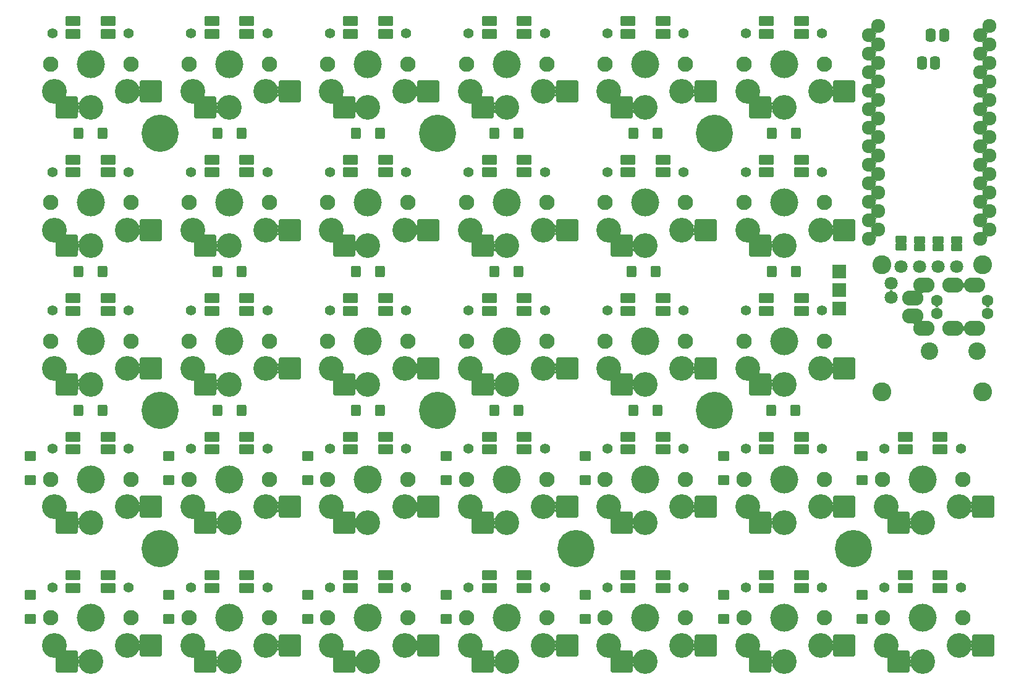
<source format=gbr>
G04 #@! TF.GenerationSoftware,KiCad,Pcbnew,(6.0.0)*
G04 #@! TF.CreationDate,2021-12-26T21:23:53+01:00*
G04 #@! TF.ProjectId,helixhschoc,68656c69-7868-4736-9368-6f632e6b6963,rev?*
G04 #@! TF.SameCoordinates,Original*
G04 #@! TF.FileFunction,Soldermask,Top*
G04 #@! TF.FilePolarity,Negative*
%FSLAX46Y46*%
G04 Gerber Fmt 4.6, Leading zero omitted, Abs format (unit mm)*
G04 Created by KiCad (PCBNEW (6.0.0)) date 2021-12-26 21:23:53*
%MOMM*%
%LPD*%
G01*
G04 APERTURE LIST*
G04 Aperture macros list*
%AMRoundRect*
0 Rectangle with rounded corners*
0 $1 Rounding radius*
0 $2 $3 $4 $5 $6 $7 $8 $9 X,Y pos of 4 corners*
0 Add a 4 corners polygon primitive as box body*
4,1,4,$2,$3,$4,$5,$6,$7,$8,$9,$2,$3,0*
0 Add four circle primitives for the rounded corners*
1,1,$1+$1,$2,$3*
1,1,$1+$1,$4,$5*
1,1,$1+$1,$6,$7*
1,1,$1+$1,$8,$9*
0 Add four rect primitives between the rounded corners*
20,1,$1+$1,$2,$3,$4,$5,0*
20,1,$1+$1,$4,$5,$6,$7,0*
20,1,$1+$1,$6,$7,$8,$9,0*
20,1,$1+$1,$8,$9,$2,$3,0*%
G04 Aperture macros list end*
%ADD10C,3.400000*%
%ADD11C,2.101800*%
%ADD12C,1.390600*%
%ADD13C,3.829000*%
%ADD14RoundRect,0.200000X-1.300000X-1.300000X1.300000X-1.300000X1.300000X1.300000X-1.300000X1.300000X0*%
%ADD15RoundRect,0.200000X0.450000X0.600000X-0.450000X0.600000X-0.450000X-0.600000X0.450000X-0.600000X0*%
%ADD16C,1.924000*%
%ADD17RoundRect,0.200000X-0.600000X0.450000X-0.600000X-0.450000X0.600000X-0.450000X0.600000X0.450000X0*%
%ADD18RoundRect,0.449998X-0.262502X-0.450002X0.262502X-0.450002X0.262502X0.450002X-0.262502X0.450002X0*%
%ADD19RoundRect,0.200000X-0.571500X0.317500X-0.571500X-0.317500X0.571500X-0.317500X0.571500X0.317500X0*%
%ADD20C,5.100400*%
%ADD21RoundRect,0.200000X-0.800000X-0.500000X0.800000X-0.500000X0.800000X0.500000X-0.800000X0.500000X0*%
%ADD22C,1.797000*%
%ADD23RoundRect,0.200000X0.800000X0.500000X-0.800000X0.500000X-0.800000X-0.500000X0.800000X-0.500000X0*%
%ADD24C,2.400000*%
%ADD25RoundRect,0.200000X-0.762000X-0.762000X0.762000X-0.762000X0.762000X0.762000X-0.762000X0.762000X0*%
%ADD26C,1.600000*%
%ADD27O,2.900000X2.100000*%
%ADD28C,2.600000*%
G04 APERTURE END LIST*
D10*
X87430540Y-62127540D03*
D11*
X92930540Y-56177540D03*
D12*
X82210540Y-51977540D03*
D10*
X92430540Y-59927540D03*
D12*
X92650540Y-51977540D03*
D11*
X81930540Y-56177540D03*
D10*
X82430540Y-59927540D03*
D13*
X87430540Y-56177540D03*
D14*
X84155540Y-62127540D03*
X95705540Y-59927540D03*
D15*
X127080540Y-65677540D03*
X123780540Y-65677540D03*
D13*
X144430540Y-56177540D03*
D10*
X139430540Y-59927540D03*
D11*
X149930540Y-56177540D03*
X138930540Y-56177540D03*
D12*
X139210540Y-51977540D03*
X149650540Y-51977540D03*
D10*
X149430540Y-59927540D03*
X144430540Y-62127540D03*
D14*
X141155540Y-62127540D03*
X152705540Y-59927540D03*
D11*
X119930540Y-56177540D03*
D12*
X130650540Y-51977540D03*
D10*
X130430540Y-59927540D03*
X120430540Y-59927540D03*
X125430540Y-62127540D03*
D11*
X130930540Y-56177540D03*
D13*
X125430540Y-56177540D03*
D12*
X120210540Y-51977540D03*
D14*
X122155540Y-62127540D03*
X133705540Y-59927540D03*
D13*
X106430540Y-56177540D03*
D10*
X111430540Y-59927540D03*
D12*
X111650540Y-51977540D03*
X101210540Y-51977540D03*
D11*
X100930540Y-56177540D03*
D10*
X101430540Y-59927540D03*
X106430540Y-62127540D03*
D11*
X111930540Y-56177540D03*
D14*
X103155540Y-62127540D03*
X114705540Y-59927540D03*
D16*
X210582940Y-50984340D03*
X194072940Y-52254340D03*
X210582940Y-53524340D03*
X194072940Y-54794340D03*
X194072940Y-57334340D03*
X210582940Y-56064340D03*
X210582940Y-58604340D03*
X194072940Y-59874340D03*
X194072940Y-62414340D03*
X210582940Y-61144340D03*
X210582940Y-63684340D03*
X194072940Y-64954340D03*
X210582940Y-66224340D03*
X194072940Y-67494340D03*
X210582940Y-68764340D03*
X194072940Y-70034340D03*
X210582940Y-71304340D03*
X194072940Y-72574340D03*
X194072940Y-75114340D03*
X210582940Y-73844340D03*
X210582940Y-76384340D03*
X194072940Y-77654340D03*
X194072940Y-80194340D03*
X210582940Y-78924340D03*
X195342940Y-78924340D03*
X209312940Y-80194340D03*
X209312940Y-77654340D03*
X195342940Y-76384340D03*
X195342940Y-73844340D03*
X209312940Y-75114340D03*
X209312940Y-72574340D03*
X195342940Y-71304340D03*
X195342940Y-68764340D03*
X209312940Y-70034340D03*
X209312940Y-67494340D03*
X195342940Y-66224340D03*
X209312940Y-64954340D03*
X195342940Y-63684340D03*
X209312940Y-62414340D03*
X195342940Y-61144340D03*
X195342940Y-58604340D03*
X209312940Y-59874340D03*
X209312940Y-57334340D03*
X195342940Y-56064340D03*
X195342940Y-53524340D03*
X209312940Y-54794340D03*
X209312940Y-52254340D03*
X195342940Y-50984340D03*
D17*
X193155540Y-109991940D03*
X193155540Y-113291940D03*
D18*
X201303150Y-56024780D03*
X203128150Y-56024780D03*
X202551660Y-52222400D03*
X204376660Y-52222400D03*
D11*
X157930540Y-56177540D03*
D10*
X158430540Y-59927540D03*
D11*
X168930540Y-56177540D03*
D10*
X168430540Y-59927540D03*
D12*
X168650540Y-51977540D03*
X158210540Y-51977540D03*
D13*
X163430540Y-56177540D03*
D10*
X163430540Y-62127540D03*
D14*
X160155540Y-62127540D03*
X171705540Y-59927540D03*
D12*
X187650540Y-127977540D03*
D11*
X187930540Y-132177540D03*
D12*
X177210540Y-127977540D03*
D13*
X182430540Y-132177540D03*
D10*
X182430540Y-138127540D03*
X177430540Y-135927540D03*
X187430540Y-135927540D03*
D11*
X176930540Y-132177540D03*
D14*
X179155540Y-138127540D03*
X190705540Y-135927540D03*
D10*
X158430540Y-135927540D03*
X168430540Y-135927540D03*
D13*
X163430540Y-132177540D03*
D11*
X157930540Y-132177540D03*
D12*
X168650540Y-127977540D03*
D10*
X163430540Y-138127540D03*
D12*
X158210540Y-127977540D03*
D11*
X168930540Y-132177540D03*
D14*
X160155540Y-138127540D03*
X171705540Y-135927540D03*
D10*
X144430540Y-138127540D03*
D11*
X149930540Y-132177540D03*
D10*
X139430540Y-135927540D03*
D11*
X138930540Y-132177540D03*
D13*
X144430540Y-132177540D03*
D12*
X139210540Y-127977540D03*
D10*
X149430540Y-135927540D03*
D12*
X149650540Y-127977540D03*
D14*
X141155540Y-138127540D03*
X152705540Y-135927540D03*
D10*
X87430540Y-138127540D03*
D11*
X81930540Y-132177540D03*
D13*
X87430540Y-132177540D03*
D10*
X82430540Y-135927540D03*
D12*
X92650540Y-127977540D03*
D11*
X92930540Y-132177540D03*
D12*
X82210540Y-127977540D03*
D10*
X92430540Y-135927540D03*
D14*
X84155540Y-138127540D03*
X95705540Y-135927540D03*
D12*
X130650540Y-127977540D03*
X120210540Y-127977540D03*
D11*
X119930540Y-132177540D03*
X130930540Y-132177540D03*
D10*
X130430540Y-135927540D03*
D13*
X125430540Y-132177540D03*
D10*
X120430540Y-135927540D03*
X125430540Y-138127540D03*
D14*
X122155540Y-138127540D03*
X133705540Y-135927540D03*
D11*
X195930540Y-113177540D03*
D12*
X206650540Y-108977540D03*
D10*
X206430540Y-116927540D03*
X201430540Y-119127540D03*
X196430540Y-116927540D03*
D13*
X201430540Y-113177540D03*
D12*
X196210540Y-108977540D03*
D11*
X206930540Y-113177540D03*
D14*
X198155540Y-119127540D03*
X209705540Y-116927540D03*
D10*
X111430540Y-135927540D03*
D13*
X106430540Y-132177540D03*
D10*
X106430540Y-138127540D03*
D12*
X111650540Y-127977540D03*
X101210540Y-127977540D03*
D11*
X111930540Y-132177540D03*
X100930540Y-132177540D03*
D10*
X101430540Y-135927540D03*
D14*
X103155540Y-138127540D03*
X114705540Y-135927540D03*
D10*
X187430540Y-116927540D03*
D11*
X176930540Y-113177540D03*
D13*
X182430540Y-113177540D03*
D10*
X177430540Y-116927540D03*
D12*
X177210540Y-108977540D03*
D11*
X187930540Y-113177540D03*
D10*
X182430540Y-119127540D03*
D12*
X187650540Y-108977540D03*
D14*
X179155540Y-119127540D03*
X190705540Y-116927540D03*
D13*
X201430540Y-132177540D03*
D11*
X206930540Y-132177540D03*
D10*
X196430540Y-135927540D03*
D11*
X195930540Y-132177540D03*
D10*
X201430540Y-138127540D03*
X206430540Y-135927540D03*
D12*
X206650540Y-127977540D03*
X196210540Y-127977540D03*
D14*
X198155540Y-138127540D03*
X209705540Y-135927540D03*
D19*
X206112540Y-80302160D03*
X206112540Y-81302920D03*
D20*
X191930540Y-122677540D03*
D21*
X104030540Y-52052540D03*
X104030540Y-50302540D03*
X108830540Y-50302540D03*
X108830540Y-52052540D03*
D22*
X206112540Y-83962460D03*
X203572540Y-83962460D03*
X201032540Y-83962460D03*
X198492540Y-83962460D03*
D20*
X96930540Y-65677540D03*
X172930540Y-103677540D03*
X172930540Y-65677540D03*
X134930540Y-103677540D03*
D19*
X201032540Y-80302160D03*
X201032540Y-81302920D03*
D21*
X85030540Y-52052540D03*
X85030540Y-50302540D03*
X89830540Y-50302540D03*
X89830540Y-52052540D03*
D20*
X153930540Y-122677540D03*
D19*
X203575080Y-80302160D03*
X203575080Y-81302920D03*
D20*
X96930540Y-103677540D03*
X96930540Y-122677540D03*
D19*
X198473920Y-80243800D03*
X198473920Y-81244560D03*
D23*
X108830540Y-69302540D03*
X108830540Y-71052540D03*
X104030540Y-71052540D03*
X104030540Y-69302540D03*
D22*
X197099780Y-86282960D03*
D21*
X161030540Y-52052540D03*
X161030540Y-50302540D03*
X165830540Y-50302540D03*
X165830540Y-52052540D03*
D23*
X146830540Y-69302540D03*
X146830540Y-71052540D03*
X142030540Y-71052540D03*
X142030540Y-69302540D03*
D22*
X197099780Y-88238760D03*
D21*
X85030540Y-90052540D03*
X85030540Y-88302540D03*
X89830540Y-88302540D03*
X89830540Y-90052540D03*
D23*
X127830540Y-69302540D03*
X127830540Y-71052540D03*
X123030540Y-71052540D03*
X123030540Y-69302540D03*
X184830540Y-69302540D03*
X184830540Y-71052540D03*
X180030540Y-71052540D03*
X180030540Y-69302540D03*
X89830540Y-69302540D03*
X89830540Y-71052540D03*
X85030540Y-71052540D03*
X85030540Y-69302540D03*
D21*
X104030540Y-90052540D03*
X104030540Y-88302540D03*
X108830540Y-88302540D03*
X108830540Y-90052540D03*
X123030540Y-90052540D03*
X123030540Y-88302540D03*
X127830540Y-88302540D03*
X127830540Y-90052540D03*
D24*
X202353580Y-95531700D03*
X208853580Y-95531700D03*
D21*
X142030540Y-90052540D03*
X142030540Y-88302540D03*
X146830540Y-88302540D03*
X146830540Y-90052540D03*
D23*
X165830540Y-69302540D03*
X165830540Y-71052540D03*
X161030540Y-71052540D03*
X161030540Y-69302540D03*
D21*
X123030540Y-52052540D03*
X123030540Y-50302540D03*
X127830540Y-50302540D03*
X127830540Y-52052540D03*
X180030540Y-90052540D03*
X180030540Y-88302540D03*
X184830540Y-88302540D03*
X184830540Y-90052540D03*
D23*
X89830540Y-107302540D03*
X89830540Y-109052540D03*
X85030540Y-109052540D03*
X85030540Y-107302540D03*
X146830540Y-107302540D03*
X146830540Y-109052540D03*
X142030540Y-109052540D03*
X142030540Y-107302540D03*
D21*
X104030540Y-128052540D03*
X104030540Y-126302540D03*
X108830540Y-126302540D03*
X108830540Y-128052540D03*
X123030540Y-128052540D03*
X123030540Y-126302540D03*
X127830540Y-126302540D03*
X127830540Y-128052540D03*
X142030540Y-128052540D03*
X142030540Y-126302540D03*
X146830540Y-126302540D03*
X146830540Y-128052540D03*
X161030540Y-128052540D03*
X161030540Y-126302540D03*
X165830540Y-126302540D03*
X165830540Y-128052540D03*
X180030540Y-128052540D03*
X180030540Y-126302540D03*
X184830540Y-126302540D03*
X184830540Y-128052540D03*
X85030540Y-128052540D03*
X85030540Y-126302540D03*
X89830540Y-126302540D03*
X89830540Y-128052540D03*
D23*
X127830540Y-107302540D03*
X127830540Y-109052540D03*
X123030540Y-109052540D03*
X123030540Y-107302540D03*
D21*
X161030540Y-90052540D03*
X161030540Y-88302540D03*
X165830540Y-88302540D03*
X165830540Y-90052540D03*
D23*
X203830540Y-107302540D03*
X203830540Y-109052540D03*
X199030540Y-109052540D03*
X199030540Y-107302540D03*
D21*
X199030540Y-128052540D03*
X199030540Y-126302540D03*
X203830540Y-126302540D03*
X203830540Y-128052540D03*
D23*
X184830540Y-107302540D03*
X184830540Y-109052540D03*
X180030540Y-109052540D03*
X180030540Y-107302540D03*
X108830540Y-107302540D03*
X108830540Y-109052540D03*
X104030540Y-109052540D03*
X104030540Y-107302540D03*
X165830540Y-107302540D03*
X165830540Y-109052540D03*
X161030540Y-109052540D03*
X161030540Y-107302540D03*
D21*
X180030540Y-52052540D03*
X180030540Y-50302540D03*
X184830540Y-50302540D03*
X184830540Y-52052540D03*
D15*
X89080540Y-103677540D03*
X85780540Y-103677540D03*
X146080540Y-84677540D03*
X142780540Y-84677540D03*
X184080540Y-84677540D03*
X180780540Y-84677540D03*
X164811140Y-84677540D03*
X161511140Y-84677540D03*
X108080540Y-84677540D03*
X104780540Y-84677540D03*
X165080540Y-65677540D03*
X161780540Y-65677540D03*
X146080540Y-65677540D03*
X142780540Y-65677540D03*
X108080540Y-65677540D03*
X104780540Y-65677540D03*
D20*
X134930540Y-65677540D03*
D15*
X108080540Y-103677540D03*
X104780540Y-103677540D03*
D25*
X189975080Y-84662860D03*
X189975080Y-87202860D03*
X189975080Y-89742860D03*
D15*
X89080540Y-84677540D03*
X85780540Y-84677540D03*
X89080540Y-65677540D03*
X85780540Y-65677540D03*
X184080540Y-65677540D03*
X180780540Y-65677540D03*
X127080540Y-84677540D03*
X123780540Y-84677540D03*
D17*
X79155540Y-128991940D03*
X79155540Y-132291940D03*
X193155540Y-128991940D03*
X193155540Y-132291940D03*
D15*
X127080540Y-103677540D03*
X123780540Y-103677540D03*
D17*
X136155540Y-128991940D03*
X136155540Y-132291940D03*
X98155540Y-128991940D03*
X98155540Y-132291940D03*
X174155540Y-128991940D03*
X174155540Y-132291940D03*
X155155540Y-128991940D03*
X155155540Y-132291940D03*
X174155540Y-109991940D03*
X174155540Y-113291940D03*
X136155540Y-109991940D03*
X136155540Y-113291940D03*
X117155540Y-109991940D03*
X117155540Y-113291940D03*
X98155540Y-109991940D03*
X98155540Y-113291940D03*
D15*
X183978940Y-103677540D03*
X180678940Y-103677540D03*
D21*
X142030540Y-52052540D03*
X142030540Y-50302540D03*
X146830540Y-50302540D03*
X146830540Y-52052540D03*
D17*
X155155540Y-109991940D03*
X155155540Y-113291940D03*
X79155540Y-109991940D03*
X79155540Y-113291940D03*
D15*
X165080540Y-103677540D03*
X161780540Y-103677540D03*
X146080540Y-103677540D03*
X142780540Y-103677540D03*
D17*
X117155540Y-128991940D03*
X117155540Y-132291940D03*
D12*
X120210540Y-70977540D03*
D13*
X125430540Y-75177540D03*
D10*
X125430540Y-81127540D03*
D11*
X130930540Y-75177540D03*
D12*
X130650540Y-70977540D03*
D10*
X130430540Y-78927540D03*
X120430540Y-78927540D03*
D11*
X119930540Y-75177540D03*
D14*
X122155540Y-81127540D03*
X133705540Y-78927540D03*
D10*
X144430540Y-100127540D03*
D11*
X138930540Y-94177540D03*
D12*
X149650540Y-89977540D03*
D10*
X149430540Y-97927540D03*
X139430540Y-97927540D03*
D13*
X144430540Y-94177540D03*
D12*
X139210540Y-89977540D03*
D11*
X149930540Y-94177540D03*
D14*
X141155540Y-100127540D03*
X152705540Y-97927540D03*
D11*
X92930540Y-94177540D03*
D13*
X87430540Y-94177540D03*
D11*
X81930540Y-94177540D03*
D12*
X82210540Y-89977540D03*
X92650540Y-89977540D03*
D10*
X82430540Y-97927540D03*
X92430540Y-97927540D03*
X87430540Y-100127540D03*
D14*
X84155540Y-100127540D03*
X95705540Y-97927540D03*
D13*
X106430540Y-94177540D03*
D11*
X111930540Y-94177540D03*
D10*
X111430540Y-97927540D03*
X101430540Y-97927540D03*
D12*
X101210540Y-89977540D03*
D10*
X106430540Y-100127540D03*
D12*
X111650540Y-89977540D03*
D11*
X100930540Y-94177540D03*
D14*
X103155540Y-100127540D03*
X114705540Y-97927540D03*
D11*
X111930540Y-75177540D03*
D12*
X101210540Y-70977540D03*
D10*
X106430540Y-81127540D03*
D12*
X111650540Y-70977540D03*
D11*
X100930540Y-75177540D03*
D13*
X106430540Y-75177540D03*
D10*
X111430540Y-78927540D03*
X101430540Y-78927540D03*
D14*
X103155540Y-81127540D03*
X114705540Y-78927540D03*
D13*
X87430540Y-75177540D03*
D12*
X92650540Y-70977540D03*
D11*
X92930540Y-75177540D03*
X81930540Y-75177540D03*
D10*
X87430540Y-81127540D03*
X92430540Y-78927540D03*
X82430540Y-78927540D03*
D12*
X82210540Y-70977540D03*
D14*
X84155540Y-81127540D03*
X95705540Y-78927540D03*
D13*
X182430540Y-56177540D03*
D12*
X177210540Y-51977540D03*
D11*
X176930540Y-56177540D03*
D10*
X177430540Y-59927540D03*
D11*
X187930540Y-56177540D03*
D10*
X187430540Y-59927540D03*
D12*
X187650540Y-51977540D03*
D10*
X182430540Y-62127540D03*
D14*
X179155540Y-62127540D03*
X190705540Y-59927540D03*
D10*
X182430540Y-81127540D03*
D11*
X187930540Y-75177540D03*
D10*
X177430540Y-78927540D03*
D13*
X182430540Y-75177540D03*
D12*
X177210540Y-70977540D03*
X187650540Y-70977540D03*
D10*
X187430540Y-78927540D03*
D11*
X176930540Y-75177540D03*
D14*
X179155540Y-81127540D03*
X190705540Y-78927540D03*
D12*
X111650540Y-108977540D03*
D10*
X101430540Y-116927540D03*
X111430540Y-116927540D03*
X106430540Y-119127540D03*
D11*
X111930540Y-113177540D03*
D13*
X106430540Y-113177540D03*
D11*
X100930540Y-113177540D03*
D12*
X101210540Y-108977540D03*
D14*
X103155540Y-119127540D03*
X114705540Y-116927540D03*
D12*
X92650540Y-108977540D03*
D11*
X81930540Y-113177540D03*
D10*
X82430540Y-116927540D03*
D13*
X87430540Y-113177540D03*
D10*
X87430540Y-119127540D03*
D12*
X82210540Y-108977540D03*
D10*
X92430540Y-116927540D03*
D11*
X92930540Y-113177540D03*
D14*
X84155540Y-119127540D03*
X95705540Y-116927540D03*
D11*
X168930540Y-113177540D03*
D10*
X168430540Y-116927540D03*
X163430540Y-119127540D03*
D11*
X157930540Y-113177540D03*
D10*
X158430540Y-116927540D03*
D12*
X158210540Y-108977540D03*
X168650540Y-108977540D03*
D13*
X163430540Y-113177540D03*
D14*
X160155540Y-119127540D03*
X171705540Y-116927540D03*
D12*
X187650540Y-89977540D03*
D10*
X182430540Y-100127540D03*
X187430540Y-97927540D03*
D11*
X176930540Y-94177540D03*
D10*
X177430540Y-97927540D03*
D13*
X182430540Y-94177540D03*
D12*
X177210540Y-89977540D03*
D11*
X187930540Y-94177540D03*
D14*
X179155540Y-100127540D03*
X190705540Y-97927540D03*
D11*
X119930540Y-94177540D03*
X130930540Y-94177540D03*
D12*
X120210540Y-89977540D03*
D10*
X130430540Y-97927540D03*
D13*
X125430540Y-94177540D03*
D10*
X125430540Y-100127540D03*
D12*
X130650540Y-89977540D03*
D10*
X120430540Y-97927540D03*
D14*
X122155540Y-100127540D03*
X133705540Y-97927540D03*
D13*
X125430540Y-113177540D03*
D10*
X130430540Y-116927540D03*
D11*
X119930540Y-113177540D03*
D12*
X130650540Y-108977540D03*
D10*
X125430540Y-119127540D03*
X120430540Y-116927540D03*
D11*
X130930540Y-113177540D03*
D12*
X120210540Y-108977540D03*
D14*
X122155540Y-119127540D03*
X133705540Y-116927540D03*
D12*
X158210540Y-89977540D03*
D11*
X157930540Y-94177540D03*
D10*
X158430540Y-97927540D03*
D11*
X168930540Y-94177540D03*
D10*
X163430540Y-100127540D03*
D12*
X168650540Y-89977540D03*
D10*
X168430540Y-97927540D03*
D13*
X163430540Y-94177540D03*
D14*
X160155540Y-100127540D03*
X171705540Y-97927540D03*
D12*
X158210540Y-70977540D03*
D10*
X163430540Y-81127540D03*
X168430540Y-78927540D03*
X158430540Y-78927540D03*
D13*
X163430540Y-75177540D03*
D11*
X168930540Y-75177540D03*
D12*
X168650540Y-70977540D03*
D11*
X157930540Y-75177540D03*
D14*
X160155540Y-81127540D03*
X171705540Y-78927540D03*
D11*
X149930540Y-75177540D03*
D12*
X149650540Y-70977540D03*
D10*
X139430540Y-78927540D03*
D13*
X144430540Y-75177540D03*
D10*
X144430540Y-81127540D03*
D12*
X139210540Y-70977540D03*
D10*
X149430540Y-78927540D03*
D11*
X138930540Y-75177540D03*
D14*
X141155540Y-81127540D03*
X152705540Y-78927540D03*
D13*
X144430540Y-113177540D03*
D11*
X138930540Y-113177540D03*
D10*
X139430540Y-116927540D03*
D11*
X149930540Y-113177540D03*
D10*
X149430540Y-116927540D03*
D12*
X139210540Y-108977540D03*
D10*
X144430540Y-119127540D03*
D12*
X149650540Y-108977540D03*
D14*
X141155540Y-119127540D03*
X152705540Y-116927540D03*
D26*
X210352940Y-88607540D03*
X203352940Y-88607540D03*
X203352940Y-90357540D03*
X210352940Y-90357540D03*
D27*
X200052940Y-88257540D03*
X200052940Y-90707540D03*
X208552940Y-92457540D03*
X208552940Y-86507540D03*
X205552940Y-92457540D03*
X205552940Y-86507540D03*
X201552940Y-92457540D03*
X201552940Y-86507540D03*
D28*
X209603340Y-101173280D03*
X209603340Y-83675220D03*
X195851780Y-83675220D03*
X195854320Y-101178360D03*
G36*
X104657459Y-137355480D02*
G01*
X104677135Y-137422492D01*
X104729478Y-137467847D01*
X104798031Y-137477704D01*
X104861084Y-137448908D01*
X104893308Y-137404426D01*
X104895134Y-137403610D01*
X104896754Y-137404783D01*
X104896772Y-137406372D01*
X104820291Y-137588758D01*
X104758342Y-137832683D01*
X104733128Y-138083090D01*
X104745203Y-138334473D01*
X104794302Y-138581313D01*
X104879343Y-138818172D01*
X104891556Y-138840902D01*
X104891495Y-138842901D01*
X104889733Y-138843848D01*
X104888370Y-138843254D01*
X104840170Y-138794399D01*
X104772599Y-138779222D01*
X104707543Y-138802988D01*
X104665599Y-138858239D01*
X104657507Y-138902242D01*
X104656210Y-138903764D01*
X104654243Y-138903403D01*
X104653540Y-138901880D01*
X104653540Y-137356043D01*
X104654540Y-137354311D01*
X104656540Y-137354311D01*
X104657459Y-137355480D01*
G37*
G36*
X85657459Y-137355480D02*
G01*
X85677135Y-137422492D01*
X85729478Y-137467847D01*
X85798031Y-137477704D01*
X85861084Y-137448908D01*
X85893308Y-137404426D01*
X85895134Y-137403610D01*
X85896754Y-137404783D01*
X85896772Y-137406372D01*
X85820291Y-137588758D01*
X85758342Y-137832683D01*
X85733128Y-138083090D01*
X85745203Y-138334473D01*
X85794302Y-138581313D01*
X85879343Y-138818172D01*
X85891556Y-138840902D01*
X85891495Y-138842901D01*
X85889733Y-138843848D01*
X85888370Y-138843254D01*
X85840170Y-138794399D01*
X85772599Y-138779222D01*
X85707543Y-138802988D01*
X85665599Y-138858239D01*
X85657507Y-138902242D01*
X85656210Y-138903764D01*
X85654243Y-138903403D01*
X85653540Y-138901880D01*
X85653540Y-137356043D01*
X85654540Y-137354311D01*
X85656540Y-137354311D01*
X85657459Y-137355480D01*
G37*
G36*
X180657459Y-137355480D02*
G01*
X180677135Y-137422492D01*
X180729478Y-137467847D01*
X180798031Y-137477704D01*
X180861084Y-137448908D01*
X180893308Y-137404426D01*
X180895134Y-137403610D01*
X180896754Y-137404783D01*
X180896772Y-137406372D01*
X180820291Y-137588758D01*
X180758342Y-137832683D01*
X180733128Y-138083090D01*
X180745203Y-138334473D01*
X180794302Y-138581313D01*
X180879343Y-138818172D01*
X180891556Y-138840902D01*
X180891495Y-138842901D01*
X180889733Y-138843848D01*
X180888370Y-138843254D01*
X180840170Y-138794399D01*
X180772599Y-138779222D01*
X180707543Y-138802988D01*
X180665599Y-138858239D01*
X180657507Y-138902242D01*
X180656210Y-138903764D01*
X180654243Y-138903403D01*
X180653540Y-138901880D01*
X180653540Y-137356043D01*
X180654540Y-137354311D01*
X180656540Y-137354311D01*
X180657459Y-137355480D01*
G37*
G36*
X199657459Y-137355480D02*
G01*
X199677135Y-137422492D01*
X199729478Y-137467847D01*
X199798031Y-137477704D01*
X199861084Y-137448908D01*
X199893308Y-137404426D01*
X199895134Y-137403610D01*
X199896754Y-137404783D01*
X199896772Y-137406372D01*
X199820291Y-137588758D01*
X199758342Y-137832683D01*
X199733128Y-138083090D01*
X199745203Y-138334473D01*
X199794302Y-138581313D01*
X199879343Y-138818172D01*
X199891556Y-138840902D01*
X199891495Y-138842901D01*
X199889733Y-138843848D01*
X199888370Y-138843254D01*
X199840170Y-138794399D01*
X199772599Y-138779222D01*
X199707543Y-138802988D01*
X199665599Y-138858239D01*
X199657507Y-138902242D01*
X199656210Y-138903764D01*
X199654243Y-138903403D01*
X199653540Y-138901880D01*
X199653540Y-137356043D01*
X199654540Y-137354311D01*
X199656540Y-137354311D01*
X199657459Y-137355480D01*
G37*
G36*
X123657459Y-137355480D02*
G01*
X123677135Y-137422492D01*
X123729478Y-137467847D01*
X123798031Y-137477704D01*
X123861084Y-137448908D01*
X123893308Y-137404426D01*
X123895134Y-137403610D01*
X123896754Y-137404783D01*
X123896772Y-137406372D01*
X123820291Y-137588758D01*
X123758342Y-137832683D01*
X123733128Y-138083090D01*
X123745203Y-138334473D01*
X123794302Y-138581313D01*
X123879343Y-138818172D01*
X123891556Y-138840902D01*
X123891495Y-138842901D01*
X123889733Y-138843848D01*
X123888370Y-138843254D01*
X123840170Y-138794399D01*
X123772599Y-138779222D01*
X123707543Y-138802988D01*
X123665599Y-138858239D01*
X123657507Y-138902242D01*
X123656210Y-138903764D01*
X123654243Y-138903403D01*
X123653540Y-138901880D01*
X123653540Y-137356043D01*
X123654540Y-137354311D01*
X123656540Y-137354311D01*
X123657459Y-137355480D01*
G37*
G36*
X142657459Y-137355480D02*
G01*
X142677135Y-137422492D01*
X142729478Y-137467847D01*
X142798031Y-137477704D01*
X142861084Y-137448908D01*
X142893308Y-137404426D01*
X142895134Y-137403610D01*
X142896754Y-137404783D01*
X142896772Y-137406372D01*
X142820291Y-137588758D01*
X142758342Y-137832683D01*
X142733128Y-138083090D01*
X142745203Y-138334473D01*
X142794302Y-138581313D01*
X142879343Y-138818172D01*
X142891556Y-138840902D01*
X142891495Y-138842901D01*
X142889733Y-138843848D01*
X142888370Y-138843254D01*
X142840170Y-138794399D01*
X142772599Y-138779222D01*
X142707543Y-138802988D01*
X142665599Y-138858239D01*
X142657507Y-138902242D01*
X142656210Y-138903764D01*
X142654243Y-138903403D01*
X142653540Y-138901880D01*
X142653540Y-137356043D01*
X142654540Y-137354311D01*
X142656540Y-137354311D01*
X142657459Y-137355480D01*
G37*
G36*
X161657459Y-137355480D02*
G01*
X161677135Y-137422492D01*
X161729478Y-137467847D01*
X161798031Y-137477704D01*
X161861084Y-137448908D01*
X161893308Y-137404426D01*
X161895134Y-137403610D01*
X161896754Y-137404783D01*
X161896772Y-137406372D01*
X161820291Y-137588758D01*
X161758342Y-137832683D01*
X161733128Y-138083090D01*
X161745203Y-138334473D01*
X161794302Y-138581313D01*
X161879343Y-138818172D01*
X161891556Y-138840902D01*
X161891495Y-138842901D01*
X161889733Y-138843848D01*
X161888370Y-138843254D01*
X161840170Y-138794399D01*
X161772599Y-138779222D01*
X161707543Y-138802988D01*
X161665599Y-138858239D01*
X161657507Y-138902242D01*
X161656210Y-138903764D01*
X161654243Y-138903403D01*
X161653540Y-138901880D01*
X161653540Y-137356043D01*
X161654540Y-137354311D01*
X161656540Y-137354311D01*
X161657459Y-137355480D01*
G37*
G36*
X94206927Y-135147577D02*
G01*
X94207540Y-135149018D01*
X94207540Y-136695876D01*
X94206540Y-136697608D01*
X94204540Y-136697608D01*
X94203621Y-136696439D01*
X94183945Y-136629427D01*
X94131602Y-136584072D01*
X94063049Y-136574215D01*
X93999982Y-136603017D01*
X93969131Y-136644452D01*
X93967295Y-136645244D01*
X93965691Y-136644050D01*
X93965703Y-136642437D01*
X94026133Y-136508287D01*
X94094447Y-136266064D01*
X94126214Y-136016356D01*
X94128538Y-135927596D01*
X94109883Y-135676559D01*
X94054340Y-135431093D01*
X93963914Y-135198564D01*
X93964218Y-135196587D01*
X93966082Y-135195862D01*
X93967514Y-135196847D01*
X93970051Y-135201285D01*
X93971751Y-135201292D01*
X93972328Y-135201799D01*
X94008250Y-135248427D01*
X94073470Y-135271729D01*
X94140935Y-135256073D01*
X94189257Y-135206393D01*
X94203599Y-135148537D01*
X94204986Y-135147096D01*
X94206927Y-135147577D01*
G37*
G36*
X151206927Y-135147577D02*
G01*
X151207540Y-135149018D01*
X151207540Y-136695876D01*
X151206540Y-136697608D01*
X151204540Y-136697608D01*
X151203621Y-136696439D01*
X151183945Y-136629427D01*
X151131602Y-136584072D01*
X151063049Y-136574215D01*
X150999982Y-136603017D01*
X150969131Y-136644452D01*
X150967295Y-136645244D01*
X150965691Y-136644050D01*
X150965703Y-136642437D01*
X151026133Y-136508287D01*
X151094447Y-136266064D01*
X151126214Y-136016356D01*
X151128538Y-135927596D01*
X151109883Y-135676559D01*
X151054340Y-135431093D01*
X150963914Y-135198564D01*
X150964218Y-135196587D01*
X150966082Y-135195862D01*
X150967514Y-135196847D01*
X150970051Y-135201285D01*
X150971751Y-135201292D01*
X150972328Y-135201799D01*
X151008250Y-135248427D01*
X151073470Y-135271729D01*
X151140935Y-135256073D01*
X151189257Y-135206393D01*
X151203599Y-135148537D01*
X151204986Y-135147096D01*
X151206927Y-135147577D01*
G37*
G36*
X113206927Y-135147577D02*
G01*
X113207540Y-135149018D01*
X113207540Y-136695876D01*
X113206540Y-136697608D01*
X113204540Y-136697608D01*
X113203621Y-136696439D01*
X113183945Y-136629427D01*
X113131602Y-136584072D01*
X113063049Y-136574215D01*
X112999982Y-136603017D01*
X112969131Y-136644452D01*
X112967295Y-136645244D01*
X112965691Y-136644050D01*
X112965703Y-136642437D01*
X113026133Y-136508287D01*
X113094447Y-136266064D01*
X113126214Y-136016356D01*
X113128538Y-135927596D01*
X113109883Y-135676559D01*
X113054340Y-135431093D01*
X112963914Y-135198564D01*
X112964218Y-135196587D01*
X112966082Y-135195862D01*
X112967514Y-135196847D01*
X112970051Y-135201285D01*
X112971751Y-135201292D01*
X112972328Y-135201799D01*
X113008250Y-135248427D01*
X113073470Y-135271729D01*
X113140935Y-135256073D01*
X113189257Y-135206393D01*
X113203599Y-135148537D01*
X113204986Y-135147096D01*
X113206927Y-135147577D01*
G37*
G36*
X189206927Y-135147577D02*
G01*
X189207540Y-135149018D01*
X189207540Y-136695876D01*
X189206540Y-136697608D01*
X189204540Y-136697608D01*
X189203621Y-136696439D01*
X189183945Y-136629427D01*
X189131602Y-136584072D01*
X189063049Y-136574215D01*
X188999982Y-136603017D01*
X188969131Y-136644452D01*
X188967295Y-136645244D01*
X188965691Y-136644050D01*
X188965703Y-136642437D01*
X189026133Y-136508287D01*
X189094447Y-136266064D01*
X189126214Y-136016356D01*
X189128538Y-135927596D01*
X189109883Y-135676559D01*
X189054340Y-135431093D01*
X188963914Y-135198564D01*
X188964218Y-135196587D01*
X188966082Y-135195862D01*
X188967514Y-135196847D01*
X188970051Y-135201285D01*
X188971751Y-135201292D01*
X188972328Y-135201799D01*
X189008250Y-135248427D01*
X189073470Y-135271729D01*
X189140935Y-135256073D01*
X189189257Y-135206393D01*
X189203599Y-135148537D01*
X189204986Y-135147096D01*
X189206927Y-135147577D01*
G37*
G36*
X170206927Y-135147577D02*
G01*
X170207540Y-135149018D01*
X170207540Y-136695876D01*
X170206540Y-136697608D01*
X170204540Y-136697608D01*
X170203621Y-136696439D01*
X170183945Y-136629427D01*
X170131602Y-136584072D01*
X170063049Y-136574215D01*
X169999982Y-136603017D01*
X169969131Y-136644452D01*
X169967295Y-136645244D01*
X169965691Y-136644050D01*
X169965703Y-136642437D01*
X170026133Y-136508287D01*
X170094447Y-136266064D01*
X170126214Y-136016356D01*
X170128538Y-135927596D01*
X170109883Y-135676559D01*
X170054340Y-135431093D01*
X169963914Y-135198564D01*
X169964218Y-135196587D01*
X169966082Y-135195862D01*
X169967514Y-135196847D01*
X169970051Y-135201285D01*
X169971751Y-135201292D01*
X169972328Y-135201799D01*
X170008250Y-135248427D01*
X170073470Y-135271729D01*
X170140935Y-135256073D01*
X170189257Y-135206393D01*
X170203599Y-135148537D01*
X170204986Y-135147096D01*
X170206927Y-135147577D01*
G37*
G36*
X132206927Y-135147577D02*
G01*
X132207540Y-135149018D01*
X132207540Y-136695876D01*
X132206540Y-136697608D01*
X132204540Y-136697608D01*
X132203621Y-136696439D01*
X132183945Y-136629427D01*
X132131602Y-136584072D01*
X132063049Y-136574215D01*
X131999982Y-136603017D01*
X131969131Y-136644452D01*
X131967295Y-136645244D01*
X131965691Y-136644050D01*
X131965703Y-136642437D01*
X132026133Y-136508287D01*
X132094447Y-136266064D01*
X132126214Y-136016356D01*
X132128538Y-135927596D01*
X132109883Y-135676559D01*
X132054340Y-135431093D01*
X131963914Y-135198564D01*
X131964218Y-135196587D01*
X131966082Y-135195862D01*
X131967514Y-135196847D01*
X131970051Y-135201285D01*
X131971751Y-135201292D01*
X131972328Y-135201799D01*
X132008250Y-135248427D01*
X132073470Y-135271729D01*
X132140935Y-135256073D01*
X132189257Y-135206393D01*
X132203599Y-135148537D01*
X132204986Y-135147096D01*
X132206927Y-135147577D01*
G37*
G36*
X208206927Y-135147577D02*
G01*
X208207540Y-135149018D01*
X208207540Y-136695876D01*
X208206540Y-136697608D01*
X208204540Y-136697608D01*
X208203621Y-136696439D01*
X208183945Y-136629427D01*
X208131602Y-136584072D01*
X208063049Y-136574215D01*
X207999982Y-136603017D01*
X207969131Y-136644452D01*
X207967295Y-136645244D01*
X207965691Y-136644050D01*
X207965703Y-136642437D01*
X208026133Y-136508287D01*
X208094447Y-136266064D01*
X208126214Y-136016356D01*
X208128538Y-135927596D01*
X208109883Y-135676559D01*
X208054340Y-135431093D01*
X207963914Y-135198564D01*
X207964218Y-135196587D01*
X207966082Y-135195862D01*
X207967514Y-135196847D01*
X207970051Y-135201285D01*
X207971751Y-135201292D01*
X207972328Y-135201799D01*
X208008250Y-135248427D01*
X208073470Y-135271729D01*
X208140935Y-135256073D01*
X208189257Y-135206393D01*
X208203599Y-135148537D01*
X208204986Y-135147096D01*
X208206927Y-135147577D01*
G37*
G36*
X85657459Y-118355480D02*
G01*
X85677135Y-118422492D01*
X85729478Y-118467847D01*
X85798031Y-118477704D01*
X85861084Y-118448908D01*
X85893308Y-118404426D01*
X85895134Y-118403610D01*
X85896754Y-118404783D01*
X85896772Y-118406372D01*
X85820291Y-118588758D01*
X85758342Y-118832683D01*
X85733128Y-119083090D01*
X85745203Y-119334473D01*
X85794302Y-119581313D01*
X85879343Y-119818172D01*
X85891556Y-119840902D01*
X85891495Y-119842901D01*
X85889733Y-119843848D01*
X85888370Y-119843254D01*
X85840170Y-119794399D01*
X85772599Y-119779222D01*
X85707543Y-119802988D01*
X85665599Y-119858239D01*
X85657507Y-119902242D01*
X85656210Y-119903764D01*
X85654243Y-119903403D01*
X85653540Y-119901880D01*
X85653540Y-118356043D01*
X85654540Y-118354311D01*
X85656540Y-118354311D01*
X85657459Y-118355480D01*
G37*
G36*
X161657459Y-118355480D02*
G01*
X161677135Y-118422492D01*
X161729478Y-118467847D01*
X161798031Y-118477704D01*
X161861084Y-118448908D01*
X161893308Y-118404426D01*
X161895134Y-118403610D01*
X161896754Y-118404783D01*
X161896772Y-118406372D01*
X161820291Y-118588758D01*
X161758342Y-118832683D01*
X161733128Y-119083090D01*
X161745203Y-119334473D01*
X161794302Y-119581313D01*
X161879343Y-119818172D01*
X161891556Y-119840902D01*
X161891495Y-119842901D01*
X161889733Y-119843848D01*
X161888370Y-119843254D01*
X161840170Y-119794399D01*
X161772599Y-119779222D01*
X161707543Y-119802988D01*
X161665599Y-119858239D01*
X161657507Y-119902242D01*
X161656210Y-119903764D01*
X161654243Y-119903403D01*
X161653540Y-119901880D01*
X161653540Y-118356043D01*
X161654540Y-118354311D01*
X161656540Y-118354311D01*
X161657459Y-118355480D01*
G37*
G36*
X123657459Y-118355480D02*
G01*
X123677135Y-118422492D01*
X123729478Y-118467847D01*
X123798031Y-118477704D01*
X123861084Y-118448908D01*
X123893308Y-118404426D01*
X123895134Y-118403610D01*
X123896754Y-118404783D01*
X123896772Y-118406372D01*
X123820291Y-118588758D01*
X123758342Y-118832683D01*
X123733128Y-119083090D01*
X123745203Y-119334473D01*
X123794302Y-119581313D01*
X123879343Y-119818172D01*
X123891556Y-119840902D01*
X123891495Y-119842901D01*
X123889733Y-119843848D01*
X123888370Y-119843254D01*
X123840170Y-119794399D01*
X123772599Y-119779222D01*
X123707543Y-119802988D01*
X123665599Y-119858239D01*
X123657507Y-119902242D01*
X123656210Y-119903764D01*
X123654243Y-119903403D01*
X123653540Y-119901880D01*
X123653540Y-118356043D01*
X123654540Y-118354311D01*
X123656540Y-118354311D01*
X123657459Y-118355480D01*
G37*
G36*
X104657459Y-118355480D02*
G01*
X104677135Y-118422492D01*
X104729478Y-118467847D01*
X104798031Y-118477704D01*
X104861084Y-118448908D01*
X104893308Y-118404426D01*
X104895134Y-118403610D01*
X104896754Y-118404783D01*
X104896772Y-118406372D01*
X104820291Y-118588758D01*
X104758342Y-118832683D01*
X104733128Y-119083090D01*
X104745203Y-119334473D01*
X104794302Y-119581313D01*
X104879343Y-119818172D01*
X104891556Y-119840902D01*
X104891495Y-119842901D01*
X104889733Y-119843848D01*
X104888370Y-119843254D01*
X104840170Y-119794399D01*
X104772599Y-119779222D01*
X104707543Y-119802988D01*
X104665599Y-119858239D01*
X104657507Y-119902242D01*
X104656210Y-119903764D01*
X104654243Y-119903403D01*
X104653540Y-119901880D01*
X104653540Y-118356043D01*
X104654540Y-118354311D01*
X104656540Y-118354311D01*
X104657459Y-118355480D01*
G37*
G36*
X142657459Y-118355480D02*
G01*
X142677135Y-118422492D01*
X142729478Y-118467847D01*
X142798031Y-118477704D01*
X142861084Y-118448908D01*
X142893308Y-118404426D01*
X142895134Y-118403610D01*
X142896754Y-118404783D01*
X142896772Y-118406372D01*
X142820291Y-118588758D01*
X142758342Y-118832683D01*
X142733128Y-119083090D01*
X142745203Y-119334473D01*
X142794302Y-119581313D01*
X142879343Y-119818172D01*
X142891556Y-119840902D01*
X142891495Y-119842901D01*
X142889733Y-119843848D01*
X142888370Y-119843254D01*
X142840170Y-119794399D01*
X142772599Y-119779222D01*
X142707543Y-119802988D01*
X142665599Y-119858239D01*
X142657507Y-119902242D01*
X142656210Y-119903764D01*
X142654243Y-119903403D01*
X142653540Y-119901880D01*
X142653540Y-118356043D01*
X142654540Y-118354311D01*
X142656540Y-118354311D01*
X142657459Y-118355480D01*
G37*
G36*
X199657459Y-118355480D02*
G01*
X199677135Y-118422492D01*
X199729478Y-118467847D01*
X199798031Y-118477704D01*
X199861084Y-118448908D01*
X199893308Y-118404426D01*
X199895134Y-118403610D01*
X199896754Y-118404783D01*
X199896772Y-118406372D01*
X199820291Y-118588758D01*
X199758342Y-118832683D01*
X199733128Y-119083090D01*
X199745203Y-119334473D01*
X199794302Y-119581313D01*
X199879343Y-119818172D01*
X199891556Y-119840902D01*
X199891495Y-119842901D01*
X199889733Y-119843848D01*
X199888370Y-119843254D01*
X199840170Y-119794399D01*
X199772599Y-119779222D01*
X199707543Y-119802988D01*
X199665599Y-119858239D01*
X199657507Y-119902242D01*
X199656210Y-119903764D01*
X199654243Y-119903403D01*
X199653540Y-119901880D01*
X199653540Y-118356043D01*
X199654540Y-118354311D01*
X199656540Y-118354311D01*
X199657459Y-118355480D01*
G37*
G36*
X180657459Y-118355480D02*
G01*
X180677135Y-118422492D01*
X180729478Y-118467847D01*
X180798031Y-118477704D01*
X180861084Y-118448908D01*
X180893308Y-118404426D01*
X180895134Y-118403610D01*
X180896754Y-118404783D01*
X180896772Y-118406372D01*
X180820291Y-118588758D01*
X180758342Y-118832683D01*
X180733128Y-119083090D01*
X180745203Y-119334473D01*
X180794302Y-119581313D01*
X180879343Y-119818172D01*
X180891556Y-119840902D01*
X180891495Y-119842901D01*
X180889733Y-119843848D01*
X180888370Y-119843254D01*
X180840170Y-119794399D01*
X180772599Y-119779222D01*
X180707543Y-119802988D01*
X180665599Y-119858239D01*
X180657507Y-119902242D01*
X180656210Y-119903764D01*
X180654243Y-119903403D01*
X180653540Y-119901880D01*
X180653540Y-118356043D01*
X180654540Y-118354311D01*
X180656540Y-118354311D01*
X180657459Y-118355480D01*
G37*
G36*
X94206927Y-116147577D02*
G01*
X94207540Y-116149018D01*
X94207540Y-117695876D01*
X94206540Y-117697608D01*
X94204540Y-117697608D01*
X94203621Y-117696439D01*
X94183945Y-117629427D01*
X94131602Y-117584072D01*
X94063049Y-117574215D01*
X93999982Y-117603017D01*
X93969131Y-117644452D01*
X93967295Y-117645244D01*
X93965691Y-117644050D01*
X93965703Y-117642437D01*
X94026133Y-117508287D01*
X94094447Y-117266064D01*
X94126214Y-117016356D01*
X94128538Y-116927596D01*
X94109883Y-116676559D01*
X94054340Y-116431093D01*
X93963914Y-116198564D01*
X93964218Y-116196587D01*
X93966082Y-116195862D01*
X93967514Y-116196847D01*
X93970051Y-116201285D01*
X93971751Y-116201292D01*
X93972328Y-116201799D01*
X94008250Y-116248427D01*
X94073470Y-116271729D01*
X94140935Y-116256073D01*
X94189257Y-116206393D01*
X94203599Y-116148537D01*
X94204986Y-116147096D01*
X94206927Y-116147577D01*
G37*
G36*
X151206927Y-116147577D02*
G01*
X151207540Y-116149018D01*
X151207540Y-117695876D01*
X151206540Y-117697608D01*
X151204540Y-117697608D01*
X151203621Y-117696439D01*
X151183945Y-117629427D01*
X151131602Y-117584072D01*
X151063049Y-117574215D01*
X150999982Y-117603017D01*
X150969131Y-117644452D01*
X150967295Y-117645244D01*
X150965691Y-117644050D01*
X150965703Y-117642437D01*
X151026133Y-117508287D01*
X151094447Y-117266064D01*
X151126214Y-117016356D01*
X151128538Y-116927596D01*
X151109883Y-116676559D01*
X151054340Y-116431093D01*
X150963914Y-116198564D01*
X150964218Y-116196587D01*
X150966082Y-116195862D01*
X150967514Y-116196847D01*
X150970051Y-116201285D01*
X150971751Y-116201292D01*
X150972328Y-116201799D01*
X151008250Y-116248427D01*
X151073470Y-116271729D01*
X151140935Y-116256073D01*
X151189257Y-116206393D01*
X151203599Y-116148537D01*
X151204986Y-116147096D01*
X151206927Y-116147577D01*
G37*
G36*
X113206927Y-116147577D02*
G01*
X113207540Y-116149018D01*
X113207540Y-117695876D01*
X113206540Y-117697608D01*
X113204540Y-117697608D01*
X113203621Y-117696439D01*
X113183945Y-117629427D01*
X113131602Y-117584072D01*
X113063049Y-117574215D01*
X112999982Y-117603017D01*
X112969131Y-117644452D01*
X112967295Y-117645244D01*
X112965691Y-117644050D01*
X112965703Y-117642437D01*
X113026133Y-117508287D01*
X113094447Y-117266064D01*
X113126214Y-117016356D01*
X113128538Y-116927596D01*
X113109883Y-116676559D01*
X113054340Y-116431093D01*
X112963914Y-116198564D01*
X112964218Y-116196587D01*
X112966082Y-116195862D01*
X112967514Y-116196847D01*
X112970051Y-116201285D01*
X112971751Y-116201292D01*
X112972328Y-116201799D01*
X113008250Y-116248427D01*
X113073470Y-116271729D01*
X113140935Y-116256073D01*
X113189257Y-116206393D01*
X113203599Y-116148537D01*
X113204986Y-116147096D01*
X113206927Y-116147577D01*
G37*
G36*
X208206927Y-116147577D02*
G01*
X208207540Y-116149018D01*
X208207540Y-117695876D01*
X208206540Y-117697608D01*
X208204540Y-117697608D01*
X208203621Y-117696439D01*
X208183945Y-117629427D01*
X208131602Y-117584072D01*
X208063049Y-117574215D01*
X207999982Y-117603017D01*
X207969131Y-117644452D01*
X207967295Y-117645244D01*
X207965691Y-117644050D01*
X207965703Y-117642437D01*
X208026133Y-117508287D01*
X208094447Y-117266064D01*
X208126214Y-117016356D01*
X208128538Y-116927596D01*
X208109883Y-116676559D01*
X208054340Y-116431093D01*
X207963914Y-116198564D01*
X207964218Y-116196587D01*
X207966082Y-116195862D01*
X207967514Y-116196847D01*
X207970051Y-116201285D01*
X207971751Y-116201292D01*
X207972328Y-116201799D01*
X208008250Y-116248427D01*
X208073470Y-116271729D01*
X208140935Y-116256073D01*
X208189257Y-116206393D01*
X208203599Y-116148537D01*
X208204986Y-116147096D01*
X208206927Y-116147577D01*
G37*
G36*
X170206927Y-116147577D02*
G01*
X170207540Y-116149018D01*
X170207540Y-117695876D01*
X170206540Y-117697608D01*
X170204540Y-117697608D01*
X170203621Y-117696439D01*
X170183945Y-117629427D01*
X170131602Y-117584072D01*
X170063049Y-117574215D01*
X169999982Y-117603017D01*
X169969131Y-117644452D01*
X169967295Y-117645244D01*
X169965691Y-117644050D01*
X169965703Y-117642437D01*
X170026133Y-117508287D01*
X170094447Y-117266064D01*
X170126214Y-117016356D01*
X170128538Y-116927596D01*
X170109883Y-116676559D01*
X170054340Y-116431093D01*
X169963914Y-116198564D01*
X169964218Y-116196587D01*
X169966082Y-116195862D01*
X169967514Y-116196847D01*
X169970051Y-116201285D01*
X169971751Y-116201292D01*
X169972328Y-116201799D01*
X170008250Y-116248427D01*
X170073470Y-116271729D01*
X170140935Y-116256073D01*
X170189257Y-116206393D01*
X170203599Y-116148537D01*
X170204986Y-116147096D01*
X170206927Y-116147577D01*
G37*
G36*
X132206927Y-116147577D02*
G01*
X132207540Y-116149018D01*
X132207540Y-117695876D01*
X132206540Y-117697608D01*
X132204540Y-117697608D01*
X132203621Y-117696439D01*
X132183945Y-117629427D01*
X132131602Y-117584072D01*
X132063049Y-117574215D01*
X131999982Y-117603017D01*
X131969131Y-117644452D01*
X131967295Y-117645244D01*
X131965691Y-117644050D01*
X131965703Y-117642437D01*
X132026133Y-117508287D01*
X132094447Y-117266064D01*
X132126214Y-117016356D01*
X132128538Y-116927596D01*
X132109883Y-116676559D01*
X132054340Y-116431093D01*
X131963914Y-116198564D01*
X131964218Y-116196587D01*
X131966082Y-116195862D01*
X131967514Y-116196847D01*
X131970051Y-116201285D01*
X131971751Y-116201292D01*
X131972328Y-116201799D01*
X132008250Y-116248427D01*
X132073470Y-116271729D01*
X132140935Y-116256073D01*
X132189257Y-116206393D01*
X132203599Y-116148537D01*
X132204986Y-116147096D01*
X132206927Y-116147577D01*
G37*
G36*
X189206927Y-116147577D02*
G01*
X189207540Y-116149018D01*
X189207540Y-117695876D01*
X189206540Y-117697608D01*
X189204540Y-117697608D01*
X189203621Y-117696439D01*
X189183945Y-117629427D01*
X189131602Y-117584072D01*
X189063049Y-117574215D01*
X188999982Y-117603017D01*
X188969131Y-117644452D01*
X188967295Y-117645244D01*
X188965691Y-117644050D01*
X188965703Y-117642437D01*
X189026133Y-117508287D01*
X189094447Y-117266064D01*
X189126214Y-117016356D01*
X189128538Y-116927596D01*
X189109883Y-116676559D01*
X189054340Y-116431093D01*
X188963914Y-116198564D01*
X188964218Y-116196587D01*
X188966082Y-116195862D01*
X188967514Y-116196847D01*
X188970051Y-116201285D01*
X188971751Y-116201292D01*
X188972328Y-116201799D01*
X189008250Y-116248427D01*
X189073470Y-116271729D01*
X189140935Y-116256073D01*
X189189257Y-116206393D01*
X189203599Y-116148537D01*
X189204986Y-116147096D01*
X189206927Y-116147577D01*
G37*
G36*
X161657459Y-99355480D02*
G01*
X161677135Y-99422492D01*
X161729478Y-99467847D01*
X161798031Y-99477704D01*
X161861084Y-99448908D01*
X161893308Y-99404426D01*
X161895134Y-99403610D01*
X161896754Y-99404783D01*
X161896772Y-99406372D01*
X161820291Y-99588758D01*
X161758342Y-99832683D01*
X161733128Y-100083090D01*
X161745203Y-100334473D01*
X161794302Y-100581313D01*
X161879343Y-100818172D01*
X161891556Y-100840902D01*
X161891495Y-100842901D01*
X161889733Y-100843848D01*
X161888370Y-100843254D01*
X161840170Y-100794399D01*
X161772599Y-100779222D01*
X161707543Y-100802988D01*
X161665599Y-100858239D01*
X161657507Y-100902242D01*
X161656210Y-100903764D01*
X161654243Y-100903403D01*
X161653540Y-100901880D01*
X161653540Y-99356043D01*
X161654540Y-99354311D01*
X161656540Y-99354311D01*
X161657459Y-99355480D01*
G37*
G36*
X180657459Y-99355480D02*
G01*
X180677135Y-99422492D01*
X180729478Y-99467847D01*
X180798031Y-99477704D01*
X180861084Y-99448908D01*
X180893308Y-99404426D01*
X180895134Y-99403610D01*
X180896754Y-99404783D01*
X180896772Y-99406372D01*
X180820291Y-99588758D01*
X180758342Y-99832683D01*
X180733128Y-100083090D01*
X180745203Y-100334473D01*
X180794302Y-100581313D01*
X180879343Y-100818172D01*
X180891556Y-100840902D01*
X180891495Y-100842901D01*
X180889733Y-100843848D01*
X180888370Y-100843254D01*
X180840170Y-100794399D01*
X180772599Y-100779222D01*
X180707543Y-100802988D01*
X180665599Y-100858239D01*
X180657507Y-100902242D01*
X180656210Y-100903764D01*
X180654243Y-100903403D01*
X180653540Y-100901880D01*
X180653540Y-99356043D01*
X180654540Y-99354311D01*
X180656540Y-99354311D01*
X180657459Y-99355480D01*
G37*
G36*
X104657459Y-99355480D02*
G01*
X104677135Y-99422492D01*
X104729478Y-99467847D01*
X104798031Y-99477704D01*
X104861084Y-99448908D01*
X104893308Y-99404426D01*
X104895134Y-99403610D01*
X104896754Y-99404783D01*
X104896772Y-99406372D01*
X104820291Y-99588758D01*
X104758342Y-99832683D01*
X104733128Y-100083090D01*
X104745203Y-100334473D01*
X104794302Y-100581313D01*
X104879343Y-100818172D01*
X104891556Y-100840902D01*
X104891495Y-100842901D01*
X104889733Y-100843848D01*
X104888370Y-100843254D01*
X104840170Y-100794399D01*
X104772599Y-100779222D01*
X104707543Y-100802988D01*
X104665599Y-100858239D01*
X104657507Y-100902242D01*
X104656210Y-100903764D01*
X104654243Y-100903403D01*
X104653540Y-100901880D01*
X104653540Y-99356043D01*
X104654540Y-99354311D01*
X104656540Y-99354311D01*
X104657459Y-99355480D01*
G37*
G36*
X142657459Y-99355480D02*
G01*
X142677135Y-99422492D01*
X142729478Y-99467847D01*
X142798031Y-99477704D01*
X142861084Y-99448908D01*
X142893308Y-99404426D01*
X142895134Y-99403610D01*
X142896754Y-99404783D01*
X142896772Y-99406372D01*
X142820291Y-99588758D01*
X142758342Y-99832683D01*
X142733128Y-100083090D01*
X142745203Y-100334473D01*
X142794302Y-100581313D01*
X142879343Y-100818172D01*
X142891556Y-100840902D01*
X142891495Y-100842901D01*
X142889733Y-100843848D01*
X142888370Y-100843254D01*
X142840170Y-100794399D01*
X142772599Y-100779222D01*
X142707543Y-100802988D01*
X142665599Y-100858239D01*
X142657507Y-100902242D01*
X142656210Y-100903764D01*
X142654243Y-100903403D01*
X142653540Y-100901880D01*
X142653540Y-99356043D01*
X142654540Y-99354311D01*
X142656540Y-99354311D01*
X142657459Y-99355480D01*
G37*
G36*
X123657459Y-99355480D02*
G01*
X123677135Y-99422492D01*
X123729478Y-99467847D01*
X123798031Y-99477704D01*
X123861084Y-99448908D01*
X123893308Y-99404426D01*
X123895134Y-99403610D01*
X123896754Y-99404783D01*
X123896772Y-99406372D01*
X123820291Y-99588758D01*
X123758342Y-99832683D01*
X123733128Y-100083090D01*
X123745203Y-100334473D01*
X123794302Y-100581313D01*
X123879343Y-100818172D01*
X123891556Y-100840902D01*
X123891495Y-100842901D01*
X123889733Y-100843848D01*
X123888370Y-100843254D01*
X123840170Y-100794399D01*
X123772599Y-100779222D01*
X123707543Y-100802988D01*
X123665599Y-100858239D01*
X123657507Y-100902242D01*
X123656210Y-100903764D01*
X123654243Y-100903403D01*
X123653540Y-100901880D01*
X123653540Y-99356043D01*
X123654540Y-99354311D01*
X123656540Y-99354311D01*
X123657459Y-99355480D01*
G37*
G36*
X85657459Y-99355480D02*
G01*
X85677135Y-99422492D01*
X85729478Y-99467847D01*
X85798031Y-99477704D01*
X85861084Y-99448908D01*
X85893308Y-99404426D01*
X85895134Y-99403610D01*
X85896754Y-99404783D01*
X85896772Y-99406372D01*
X85820291Y-99588758D01*
X85758342Y-99832683D01*
X85733128Y-100083090D01*
X85745203Y-100334473D01*
X85794302Y-100581313D01*
X85879343Y-100818172D01*
X85891556Y-100840902D01*
X85891495Y-100842901D01*
X85889733Y-100843848D01*
X85888370Y-100843254D01*
X85840170Y-100794399D01*
X85772599Y-100779222D01*
X85707543Y-100802988D01*
X85665599Y-100858239D01*
X85657507Y-100902242D01*
X85656210Y-100903764D01*
X85654243Y-100903403D01*
X85653540Y-100901880D01*
X85653540Y-99356043D01*
X85654540Y-99354311D01*
X85656540Y-99354311D01*
X85657459Y-99355480D01*
G37*
G36*
X94206927Y-97147577D02*
G01*
X94207540Y-97149018D01*
X94207540Y-98695876D01*
X94206540Y-98697608D01*
X94204540Y-98697608D01*
X94203621Y-98696439D01*
X94183945Y-98629427D01*
X94131602Y-98584072D01*
X94063049Y-98574215D01*
X93999982Y-98603017D01*
X93969131Y-98644452D01*
X93967295Y-98645244D01*
X93965691Y-98644050D01*
X93965703Y-98642437D01*
X94026133Y-98508287D01*
X94094447Y-98266064D01*
X94126214Y-98016356D01*
X94128538Y-97927596D01*
X94109883Y-97676559D01*
X94054340Y-97431093D01*
X93963914Y-97198564D01*
X93964218Y-97196587D01*
X93966082Y-97195862D01*
X93967514Y-97196847D01*
X93970051Y-97201285D01*
X93971751Y-97201292D01*
X93972328Y-97201799D01*
X94008250Y-97248427D01*
X94073470Y-97271729D01*
X94140935Y-97256073D01*
X94189257Y-97206393D01*
X94203599Y-97148537D01*
X94204986Y-97147096D01*
X94206927Y-97147577D01*
G37*
G36*
X151206927Y-97147577D02*
G01*
X151207540Y-97149018D01*
X151207540Y-98695876D01*
X151206540Y-98697608D01*
X151204540Y-98697608D01*
X151203621Y-98696439D01*
X151183945Y-98629427D01*
X151131602Y-98584072D01*
X151063049Y-98574215D01*
X150999982Y-98603017D01*
X150969131Y-98644452D01*
X150967295Y-98645244D01*
X150965691Y-98644050D01*
X150965703Y-98642437D01*
X151026133Y-98508287D01*
X151094447Y-98266064D01*
X151126214Y-98016356D01*
X151128538Y-97927596D01*
X151109883Y-97676559D01*
X151054340Y-97431093D01*
X150963914Y-97198564D01*
X150964218Y-97196587D01*
X150966082Y-97195862D01*
X150967514Y-97196847D01*
X150970051Y-97201285D01*
X150971751Y-97201292D01*
X150972328Y-97201799D01*
X151008250Y-97248427D01*
X151073470Y-97271729D01*
X151140935Y-97256073D01*
X151189257Y-97206393D01*
X151203599Y-97148537D01*
X151204986Y-97147096D01*
X151206927Y-97147577D01*
G37*
G36*
X170206927Y-97147577D02*
G01*
X170207540Y-97149018D01*
X170207540Y-98695876D01*
X170206540Y-98697608D01*
X170204540Y-98697608D01*
X170203621Y-98696439D01*
X170183945Y-98629427D01*
X170131602Y-98584072D01*
X170063049Y-98574215D01*
X169999982Y-98603017D01*
X169969131Y-98644452D01*
X169967295Y-98645244D01*
X169965691Y-98644050D01*
X169965703Y-98642437D01*
X170026133Y-98508287D01*
X170094447Y-98266064D01*
X170126214Y-98016356D01*
X170128538Y-97927596D01*
X170109883Y-97676559D01*
X170054340Y-97431093D01*
X169963914Y-97198564D01*
X169964218Y-97196587D01*
X169966082Y-97195862D01*
X169967514Y-97196847D01*
X169970051Y-97201285D01*
X169971751Y-97201292D01*
X169972328Y-97201799D01*
X170008250Y-97248427D01*
X170073470Y-97271729D01*
X170140935Y-97256073D01*
X170189257Y-97206393D01*
X170203599Y-97148537D01*
X170204986Y-97147096D01*
X170206927Y-97147577D01*
G37*
G36*
X132206927Y-97147577D02*
G01*
X132207540Y-97149018D01*
X132207540Y-98695876D01*
X132206540Y-98697608D01*
X132204540Y-98697608D01*
X132203621Y-98696439D01*
X132183945Y-98629427D01*
X132131602Y-98584072D01*
X132063049Y-98574215D01*
X131999982Y-98603017D01*
X131969131Y-98644452D01*
X131967295Y-98645244D01*
X131965691Y-98644050D01*
X131965703Y-98642437D01*
X132026133Y-98508287D01*
X132094447Y-98266064D01*
X132126214Y-98016356D01*
X132128538Y-97927596D01*
X132109883Y-97676559D01*
X132054340Y-97431093D01*
X131963914Y-97198564D01*
X131964218Y-97196587D01*
X131966082Y-97195862D01*
X131967514Y-97196847D01*
X131970051Y-97201285D01*
X131971751Y-97201292D01*
X131972328Y-97201799D01*
X132008250Y-97248427D01*
X132073470Y-97271729D01*
X132140935Y-97256073D01*
X132189257Y-97206393D01*
X132203599Y-97148537D01*
X132204986Y-97147096D01*
X132206927Y-97147577D01*
G37*
G36*
X189206927Y-97147577D02*
G01*
X189207540Y-97149018D01*
X189207540Y-98695876D01*
X189206540Y-98697608D01*
X189204540Y-98697608D01*
X189203621Y-98696439D01*
X189183945Y-98629427D01*
X189131602Y-98584072D01*
X189063049Y-98574215D01*
X188999982Y-98603017D01*
X188969131Y-98644452D01*
X188967295Y-98645244D01*
X188965691Y-98644050D01*
X188965703Y-98642437D01*
X189026133Y-98508287D01*
X189094447Y-98266064D01*
X189126214Y-98016356D01*
X189128538Y-97927596D01*
X189109883Y-97676559D01*
X189054340Y-97431093D01*
X188963914Y-97198564D01*
X188964218Y-97196587D01*
X188966082Y-97195862D01*
X188967514Y-97196847D01*
X188970051Y-97201285D01*
X188971751Y-97201292D01*
X188972328Y-97201799D01*
X189008250Y-97248427D01*
X189073470Y-97271729D01*
X189140935Y-97256073D01*
X189189257Y-97206393D01*
X189203599Y-97148537D01*
X189204986Y-97147096D01*
X189206927Y-97147577D01*
G37*
G36*
X113206927Y-97147577D02*
G01*
X113207540Y-97149018D01*
X113207540Y-98695876D01*
X113206540Y-98697608D01*
X113204540Y-98697608D01*
X113203621Y-98696439D01*
X113183945Y-98629427D01*
X113131602Y-98584072D01*
X113063049Y-98574215D01*
X112999982Y-98603017D01*
X112969131Y-98644452D01*
X112967295Y-98645244D01*
X112965691Y-98644050D01*
X112965703Y-98642437D01*
X113026133Y-98508287D01*
X113094447Y-98266064D01*
X113126214Y-98016356D01*
X113128538Y-97927596D01*
X113109883Y-97676559D01*
X113054340Y-97431093D01*
X112963914Y-97198564D01*
X112964218Y-97196587D01*
X112966082Y-97195862D01*
X112967514Y-97196847D01*
X112970051Y-97201285D01*
X112971751Y-97201292D01*
X112972328Y-97201799D01*
X113008250Y-97248427D01*
X113073470Y-97271729D01*
X113140935Y-97256073D01*
X113189257Y-97206393D01*
X113203599Y-97148537D01*
X113204986Y-97147096D01*
X113206927Y-97147577D01*
G37*
G36*
X206940251Y-92104336D02*
G01*
X206978634Y-92155994D01*
X207043438Y-92180428D01*
X207111167Y-92165948D01*
X207160482Y-92116984D01*
X207165977Y-92105356D01*
X207167621Y-92104217D01*
X207169429Y-92105071D01*
X207169696Y-92106801D01*
X207126354Y-92246814D01*
X207104976Y-92450223D01*
X207123512Y-92653912D01*
X207169153Y-92808986D01*
X207168682Y-92810930D01*
X207166764Y-92811495D01*
X207165629Y-92810744D01*
X207127246Y-92759086D01*
X207062442Y-92734652D01*
X206994713Y-92749132D01*
X206945398Y-92798096D01*
X206939903Y-92809724D01*
X206938259Y-92810863D01*
X206936451Y-92810009D01*
X206936184Y-92808279D01*
X206979526Y-92668266D01*
X207000904Y-92464857D01*
X206982368Y-92261168D01*
X206936727Y-92106094D01*
X206937198Y-92104150D01*
X206939116Y-92103585D01*
X206940251Y-92104336D01*
G37*
G36*
X200377538Y-91756540D02*
G01*
X200377538Y-91758540D01*
X200377347Y-91758815D01*
X200284116Y-91871513D01*
X200206261Y-92015503D01*
X200204558Y-92016551D01*
X200202799Y-92015600D01*
X200202644Y-92013811D01*
X200215994Y-91980348D01*
X200216161Y-91980022D01*
X200236101Y-91948418D01*
X200255143Y-91881513D01*
X200235077Y-91815226D01*
X200182298Y-91770258D01*
X200131815Y-91759496D01*
X200130330Y-91758157D01*
X200130747Y-91756201D01*
X200132232Y-91755540D01*
X200375806Y-91755540D01*
X200377538Y-91756540D01*
G37*
G36*
X201403081Y-91149480D02*
G01*
X201403236Y-91151269D01*
X201389886Y-91184732D01*
X201389719Y-91185058D01*
X201369779Y-91216662D01*
X201350737Y-91283567D01*
X201370803Y-91349854D01*
X201423582Y-91394822D01*
X201474065Y-91405584D01*
X201475550Y-91406923D01*
X201475133Y-91408879D01*
X201473648Y-91409540D01*
X201230074Y-91409540D01*
X201228342Y-91408540D01*
X201228342Y-91406540D01*
X201228533Y-91406265D01*
X201321764Y-91293567D01*
X201399619Y-91149577D01*
X201401322Y-91148529D01*
X201403081Y-91149480D01*
G37*
G36*
X210159892Y-89381825D02*
G01*
X210336226Y-89405353D01*
X210513399Y-89389228D01*
X210636873Y-89349110D01*
X210638829Y-89349526D01*
X210639447Y-89351428D01*
X210638304Y-89352839D01*
X210599631Y-89370057D01*
X210546632Y-89415105D01*
X210526486Y-89481370D01*
X210545361Y-89547995D01*
X210599639Y-89595027D01*
X210648207Y-89616651D01*
X210649383Y-89618269D01*
X210648570Y-89620096D01*
X210646723Y-89620362D01*
X210535162Y-89580637D01*
X210358510Y-89559572D01*
X210181584Y-89578168D01*
X210064054Y-89618178D01*
X210062092Y-89617790D01*
X210061447Y-89615897D01*
X210062596Y-89614458D01*
X210106249Y-89595022D01*
X210159249Y-89549975D01*
X210179394Y-89483709D01*
X210160519Y-89417085D01*
X210106241Y-89370053D01*
X210052821Y-89346269D01*
X210051645Y-89344651D01*
X210052458Y-89342824D01*
X210054331Y-89342567D01*
X210159892Y-89381825D01*
G37*
G36*
X203159892Y-89381825D02*
G01*
X203336226Y-89405353D01*
X203513399Y-89389228D01*
X203636873Y-89349110D01*
X203638829Y-89349526D01*
X203639447Y-89351428D01*
X203638304Y-89352839D01*
X203599631Y-89370057D01*
X203546632Y-89415105D01*
X203526486Y-89481370D01*
X203545361Y-89547995D01*
X203599639Y-89595027D01*
X203648207Y-89616651D01*
X203649383Y-89618269D01*
X203648570Y-89620096D01*
X203646723Y-89620362D01*
X203535162Y-89580637D01*
X203358510Y-89559572D01*
X203181584Y-89578168D01*
X203064054Y-89618178D01*
X203062092Y-89617790D01*
X203061447Y-89615897D01*
X203062596Y-89614458D01*
X203106249Y-89595022D01*
X203159249Y-89549975D01*
X203179394Y-89483709D01*
X203160519Y-89417085D01*
X203106241Y-89370053D01*
X203052821Y-89346269D01*
X203051645Y-89344651D01*
X203052458Y-89342824D01*
X203054331Y-89342567D01*
X203159892Y-89381825D01*
G37*
G36*
X201474068Y-87556540D02*
G01*
X201474068Y-87558540D01*
X201472899Y-87559459D01*
X201405884Y-87579136D01*
X201360529Y-87631479D01*
X201350659Y-87700126D01*
X201366733Y-87745605D01*
X201366737Y-87745607D01*
X201401900Y-87804710D01*
X201402057Y-87805041D01*
X201412283Y-87832761D01*
X201411945Y-87834732D01*
X201410068Y-87835424D01*
X201408635Y-87834380D01*
X201363246Y-87747557D01*
X201363252Y-87747406D01*
X201363112Y-87747302D01*
X201329862Y-87683701D01*
X201229434Y-87558793D01*
X201229128Y-87556817D01*
X201230687Y-87555564D01*
X201230993Y-87555540D01*
X201472336Y-87555540D01*
X201474068Y-87556540D01*
G37*
G36*
X197346962Y-87142938D02*
G01*
X197347378Y-87144894D01*
X197346535Y-87145973D01*
X197293439Y-87179104D01*
X197263831Y-87241715D01*
X197272773Y-87310392D01*
X197317525Y-87363452D01*
X197340738Y-87374447D01*
X197341875Y-87376092D01*
X197341019Y-87377899D01*
X197339466Y-87378210D01*
X197193490Y-87347182D01*
X197006070Y-87347182D01*
X196855411Y-87379206D01*
X196853509Y-87378588D01*
X196853093Y-87376632D01*
X196853913Y-87375568D01*
X196906807Y-87341527D01*
X196935539Y-87278507D01*
X196925639Y-87209964D01*
X196880141Y-87157523D01*
X196858240Y-87147150D01*
X196857103Y-87145504D01*
X196857959Y-87143697D01*
X196859512Y-87143386D01*
X197006070Y-87174538D01*
X197193490Y-87174538D01*
X197345060Y-87142320D01*
X197346962Y-87142938D01*
G37*
G36*
X200197245Y-86930700D02*
G01*
X200242634Y-87017523D01*
X200242628Y-87017674D01*
X200242768Y-87017778D01*
X200276018Y-87081379D01*
X200376446Y-87206287D01*
X200376752Y-87208263D01*
X200375193Y-87209516D01*
X200374887Y-87209540D01*
X200133544Y-87209540D01*
X200131812Y-87208540D01*
X200131812Y-87206540D01*
X200132981Y-87205621D01*
X200199996Y-87185944D01*
X200245351Y-87133601D01*
X200255221Y-87064954D01*
X200239147Y-87019475D01*
X200239143Y-87019473D01*
X200203980Y-86960370D01*
X200203823Y-86960039D01*
X200193597Y-86932319D01*
X200193935Y-86930348D01*
X200195812Y-86929656D01*
X200197245Y-86930700D01*
G37*
G36*
X206940251Y-86154336D02*
G01*
X206978634Y-86205994D01*
X207043438Y-86230428D01*
X207111167Y-86215948D01*
X207160482Y-86166984D01*
X207165977Y-86155356D01*
X207167621Y-86154217D01*
X207169429Y-86155071D01*
X207169696Y-86156801D01*
X207126354Y-86296814D01*
X207104976Y-86500223D01*
X207123512Y-86703912D01*
X207169153Y-86858986D01*
X207168682Y-86860930D01*
X207166764Y-86861495D01*
X207165629Y-86860744D01*
X207127246Y-86809086D01*
X207062442Y-86784652D01*
X206994713Y-86799132D01*
X206945398Y-86848096D01*
X206939903Y-86859724D01*
X206938259Y-86860863D01*
X206936451Y-86860009D01*
X206936184Y-86858279D01*
X206979526Y-86718266D01*
X207000904Y-86514857D01*
X206982368Y-86311168D01*
X206936727Y-86156094D01*
X206937198Y-86154150D01*
X206939116Y-86153585D01*
X206940251Y-86154336D01*
G37*
G36*
X85657459Y-80355480D02*
G01*
X85677135Y-80422492D01*
X85729478Y-80467847D01*
X85798031Y-80477704D01*
X85861084Y-80448908D01*
X85893308Y-80404426D01*
X85895134Y-80403610D01*
X85896754Y-80404783D01*
X85896772Y-80406372D01*
X85820291Y-80588758D01*
X85758342Y-80832683D01*
X85733128Y-81083090D01*
X85745203Y-81334473D01*
X85794302Y-81581313D01*
X85879343Y-81818172D01*
X85891556Y-81840902D01*
X85891495Y-81842901D01*
X85889733Y-81843848D01*
X85888370Y-81843254D01*
X85840170Y-81794399D01*
X85772599Y-81779222D01*
X85707543Y-81802988D01*
X85665599Y-81858239D01*
X85657507Y-81902242D01*
X85656210Y-81903764D01*
X85654243Y-81903403D01*
X85653540Y-81901880D01*
X85653540Y-80356043D01*
X85654540Y-80354311D01*
X85656540Y-80354311D01*
X85657459Y-80355480D01*
G37*
G36*
X104657459Y-80355480D02*
G01*
X104677135Y-80422492D01*
X104729478Y-80467847D01*
X104798031Y-80477704D01*
X104861084Y-80448908D01*
X104893308Y-80404426D01*
X104895134Y-80403610D01*
X104896754Y-80404783D01*
X104896772Y-80406372D01*
X104820291Y-80588758D01*
X104758342Y-80832683D01*
X104733128Y-81083090D01*
X104745203Y-81334473D01*
X104794302Y-81581313D01*
X104879343Y-81818172D01*
X104891556Y-81840902D01*
X104891495Y-81842901D01*
X104889733Y-81843848D01*
X104888370Y-81843254D01*
X104840170Y-81794399D01*
X104772599Y-81779222D01*
X104707543Y-81802988D01*
X104665599Y-81858239D01*
X104657507Y-81902242D01*
X104656210Y-81903764D01*
X104654243Y-81903403D01*
X104653540Y-81901880D01*
X104653540Y-80356043D01*
X104654540Y-80354311D01*
X104656540Y-80354311D01*
X104657459Y-80355480D01*
G37*
G36*
X161657459Y-80355480D02*
G01*
X161677135Y-80422492D01*
X161729478Y-80467847D01*
X161798031Y-80477704D01*
X161861084Y-80448908D01*
X161893308Y-80404426D01*
X161895134Y-80403610D01*
X161896754Y-80404783D01*
X161896772Y-80406372D01*
X161820291Y-80588758D01*
X161758342Y-80832683D01*
X161733128Y-81083090D01*
X161745203Y-81334473D01*
X161794302Y-81581313D01*
X161879343Y-81818172D01*
X161891556Y-81840902D01*
X161891495Y-81842901D01*
X161889733Y-81843848D01*
X161888370Y-81843254D01*
X161840170Y-81794399D01*
X161772599Y-81779222D01*
X161707543Y-81802988D01*
X161665599Y-81858239D01*
X161657507Y-81902242D01*
X161656210Y-81903764D01*
X161654243Y-81903403D01*
X161653540Y-81901880D01*
X161653540Y-80356043D01*
X161654540Y-80354311D01*
X161656540Y-80354311D01*
X161657459Y-80355480D01*
G37*
G36*
X180657459Y-80355480D02*
G01*
X180677135Y-80422492D01*
X180729478Y-80467847D01*
X180798031Y-80477704D01*
X180861084Y-80448908D01*
X180893308Y-80404426D01*
X180895134Y-80403610D01*
X180896754Y-80404783D01*
X180896772Y-80406372D01*
X180820291Y-80588758D01*
X180758342Y-80832683D01*
X180733128Y-81083090D01*
X180745203Y-81334473D01*
X180794302Y-81581313D01*
X180879343Y-81818172D01*
X180891556Y-81840902D01*
X180891495Y-81842901D01*
X180889733Y-81843848D01*
X180888370Y-81843254D01*
X180840170Y-81794399D01*
X180772599Y-81779222D01*
X180707543Y-81802988D01*
X180665599Y-81858239D01*
X180657507Y-81902242D01*
X180656210Y-81903764D01*
X180654243Y-81903403D01*
X180653540Y-81901880D01*
X180653540Y-80356043D01*
X180654540Y-80354311D01*
X180656540Y-80354311D01*
X180657459Y-80355480D01*
G37*
G36*
X142657459Y-80355480D02*
G01*
X142677135Y-80422492D01*
X142729478Y-80467847D01*
X142798031Y-80477704D01*
X142861084Y-80448908D01*
X142893308Y-80404426D01*
X142895134Y-80403610D01*
X142896754Y-80404783D01*
X142896772Y-80406372D01*
X142820291Y-80588758D01*
X142758342Y-80832683D01*
X142733128Y-81083090D01*
X142745203Y-81334473D01*
X142794302Y-81581313D01*
X142879343Y-81818172D01*
X142891556Y-81840902D01*
X142891495Y-81842901D01*
X142889733Y-81843848D01*
X142888370Y-81843254D01*
X142840170Y-81794399D01*
X142772599Y-81779222D01*
X142707543Y-81802988D01*
X142665599Y-81858239D01*
X142657507Y-81902242D01*
X142656210Y-81903764D01*
X142654243Y-81903403D01*
X142653540Y-81901880D01*
X142653540Y-80356043D01*
X142654540Y-80354311D01*
X142656540Y-80354311D01*
X142657459Y-80355480D01*
G37*
G36*
X123657459Y-80355480D02*
G01*
X123677135Y-80422492D01*
X123729478Y-80467847D01*
X123798031Y-80477704D01*
X123861084Y-80448908D01*
X123893308Y-80404426D01*
X123895134Y-80403610D01*
X123896754Y-80404783D01*
X123896772Y-80406372D01*
X123820291Y-80588758D01*
X123758342Y-80832683D01*
X123733128Y-81083090D01*
X123745203Y-81334473D01*
X123794302Y-81581313D01*
X123879343Y-81818172D01*
X123891556Y-81840902D01*
X123891495Y-81842901D01*
X123889733Y-81843848D01*
X123888370Y-81843254D01*
X123840170Y-81794399D01*
X123772599Y-81779222D01*
X123707543Y-81802988D01*
X123665599Y-81858239D01*
X123657507Y-81902242D01*
X123656210Y-81903764D01*
X123654243Y-81903403D01*
X123653540Y-81901880D01*
X123653540Y-80356043D01*
X123654540Y-80354311D01*
X123656540Y-80354311D01*
X123657459Y-80355480D01*
G37*
G36*
X210188708Y-79798506D02*
G01*
X210198610Y-79804040D01*
X210376795Y-79861936D01*
X210399718Y-79864669D01*
X210401319Y-79865867D01*
X210401082Y-79867853D01*
X210399607Y-79868651D01*
X210337444Y-79872577D01*
X210281657Y-79913618D01*
X210256871Y-79978415D01*
X210259714Y-80007451D01*
X210259327Y-80008303D01*
X210268549Y-80108658D01*
X210267711Y-80110474D01*
X210265720Y-80110657D01*
X210264567Y-80109036D01*
X210254649Y-80007881D01*
X210200494Y-79828515D01*
X210185966Y-79801191D01*
X210186036Y-79799192D01*
X210187802Y-79798253D01*
X210188708Y-79798506D01*
G37*
G36*
X194948708Y-79798506D02*
G01*
X194958610Y-79804040D01*
X195136795Y-79861936D01*
X195159718Y-79864669D01*
X195161319Y-79865867D01*
X195161082Y-79867853D01*
X195159607Y-79868651D01*
X195097444Y-79872577D01*
X195041657Y-79913618D01*
X195016871Y-79978415D01*
X195019714Y-80007451D01*
X195019327Y-80008303D01*
X195028549Y-80108658D01*
X195027711Y-80110474D01*
X195025720Y-80110657D01*
X195024567Y-80109036D01*
X195014649Y-80007881D01*
X194960494Y-79828515D01*
X194945966Y-79801191D01*
X194946036Y-79799192D01*
X194947802Y-79798253D01*
X194948708Y-79798506D01*
G37*
G36*
X94206927Y-78147577D02*
G01*
X94207540Y-78149018D01*
X94207540Y-79695876D01*
X94206540Y-79697608D01*
X94204540Y-79697608D01*
X94203621Y-79696439D01*
X94183945Y-79629427D01*
X94131602Y-79584072D01*
X94063049Y-79574215D01*
X93999982Y-79603017D01*
X93969131Y-79644452D01*
X93967295Y-79645244D01*
X93965691Y-79644050D01*
X93965703Y-79642437D01*
X94026133Y-79508287D01*
X94094447Y-79266064D01*
X94126214Y-79016356D01*
X94128538Y-78927596D01*
X94109883Y-78676559D01*
X94054340Y-78431093D01*
X93963914Y-78198564D01*
X93964218Y-78196587D01*
X93966082Y-78195862D01*
X93967514Y-78196847D01*
X93970051Y-78201285D01*
X93971751Y-78201292D01*
X93972328Y-78201799D01*
X94008250Y-78248427D01*
X94073470Y-78271729D01*
X94140935Y-78256073D01*
X94189257Y-78206393D01*
X94203599Y-78148537D01*
X94204986Y-78147096D01*
X94206927Y-78147577D01*
G37*
G36*
X189206927Y-78147577D02*
G01*
X189207540Y-78149018D01*
X189207540Y-79695876D01*
X189206540Y-79697608D01*
X189204540Y-79697608D01*
X189203621Y-79696439D01*
X189183945Y-79629427D01*
X189131602Y-79584072D01*
X189063049Y-79574215D01*
X188999982Y-79603017D01*
X188969131Y-79644452D01*
X188967295Y-79645244D01*
X188965691Y-79644050D01*
X188965703Y-79642437D01*
X189026133Y-79508287D01*
X189094447Y-79266064D01*
X189126214Y-79016356D01*
X189128538Y-78927596D01*
X189109883Y-78676559D01*
X189054340Y-78431093D01*
X188963914Y-78198564D01*
X188964218Y-78196587D01*
X188966082Y-78195862D01*
X188967514Y-78196847D01*
X188970051Y-78201285D01*
X188971751Y-78201292D01*
X188972328Y-78201799D01*
X189008250Y-78248427D01*
X189073470Y-78271729D01*
X189140935Y-78256073D01*
X189189257Y-78206393D01*
X189203599Y-78148537D01*
X189204986Y-78147096D01*
X189206927Y-78147577D01*
G37*
G36*
X151206927Y-78147577D02*
G01*
X151207540Y-78149018D01*
X151207540Y-79695876D01*
X151206540Y-79697608D01*
X151204540Y-79697608D01*
X151203621Y-79696439D01*
X151183945Y-79629427D01*
X151131602Y-79584072D01*
X151063049Y-79574215D01*
X150999982Y-79603017D01*
X150969131Y-79644452D01*
X150967295Y-79645244D01*
X150965691Y-79644050D01*
X150965703Y-79642437D01*
X151026133Y-79508287D01*
X151094447Y-79266064D01*
X151126214Y-79016356D01*
X151128538Y-78927596D01*
X151109883Y-78676559D01*
X151054340Y-78431093D01*
X150963914Y-78198564D01*
X150964218Y-78196587D01*
X150966082Y-78195862D01*
X150967514Y-78196847D01*
X150970051Y-78201285D01*
X150971751Y-78201292D01*
X150972328Y-78201799D01*
X151008250Y-78248427D01*
X151073470Y-78271729D01*
X151140935Y-78256073D01*
X151189257Y-78206393D01*
X151203599Y-78148537D01*
X151204986Y-78147096D01*
X151206927Y-78147577D01*
G37*
G36*
X113206927Y-78147577D02*
G01*
X113207540Y-78149018D01*
X113207540Y-79695876D01*
X113206540Y-79697608D01*
X113204540Y-79697608D01*
X113203621Y-79696439D01*
X113183945Y-79629427D01*
X113131602Y-79584072D01*
X113063049Y-79574215D01*
X112999982Y-79603017D01*
X112969131Y-79644452D01*
X112967295Y-79645244D01*
X112965691Y-79644050D01*
X112965703Y-79642437D01*
X113026133Y-79508287D01*
X113094447Y-79266064D01*
X113126214Y-79016356D01*
X113128538Y-78927596D01*
X113109883Y-78676559D01*
X113054340Y-78431093D01*
X112963914Y-78198564D01*
X112964218Y-78196587D01*
X112966082Y-78195862D01*
X112967514Y-78196847D01*
X112970051Y-78201285D01*
X112971751Y-78201292D01*
X112972328Y-78201799D01*
X113008250Y-78248427D01*
X113073470Y-78271729D01*
X113140935Y-78256073D01*
X113189257Y-78206393D01*
X113203599Y-78148537D01*
X113204986Y-78147096D01*
X113206927Y-78147577D01*
G37*
G36*
X132206927Y-78147577D02*
G01*
X132207540Y-78149018D01*
X132207540Y-79695876D01*
X132206540Y-79697608D01*
X132204540Y-79697608D01*
X132203621Y-79696439D01*
X132183945Y-79629427D01*
X132131602Y-79584072D01*
X132063049Y-79574215D01*
X131999982Y-79603017D01*
X131969131Y-79644452D01*
X131967295Y-79645244D01*
X131965691Y-79644050D01*
X131965703Y-79642437D01*
X132026133Y-79508287D01*
X132094447Y-79266064D01*
X132126214Y-79016356D01*
X132128538Y-78927596D01*
X132109883Y-78676559D01*
X132054340Y-78431093D01*
X131963914Y-78198564D01*
X131964218Y-78196587D01*
X131966082Y-78195862D01*
X131967514Y-78196847D01*
X131970051Y-78201285D01*
X131971751Y-78201292D01*
X131972328Y-78201799D01*
X132008250Y-78248427D01*
X132073470Y-78271729D01*
X132140935Y-78256073D01*
X132189257Y-78206393D01*
X132203599Y-78148537D01*
X132204986Y-78147096D01*
X132206927Y-78147577D01*
G37*
G36*
X170206927Y-78147577D02*
G01*
X170207540Y-78149018D01*
X170207540Y-79695876D01*
X170206540Y-79697608D01*
X170204540Y-79697608D01*
X170203621Y-79696439D01*
X170183945Y-79629427D01*
X170131602Y-79584072D01*
X170063049Y-79574215D01*
X169999982Y-79603017D01*
X169969131Y-79644452D01*
X169967295Y-79645244D01*
X169965691Y-79644050D01*
X169965703Y-79642437D01*
X170026133Y-79508287D01*
X170094447Y-79266064D01*
X170126214Y-79016356D01*
X170128538Y-78927596D01*
X170109883Y-78676559D01*
X170054340Y-78431093D01*
X169963914Y-78198564D01*
X169964218Y-78196587D01*
X169966082Y-78195862D01*
X169967514Y-78196847D01*
X169970051Y-78201285D01*
X169971751Y-78201292D01*
X169972328Y-78201799D01*
X170008250Y-78248427D01*
X170073470Y-78271729D01*
X170140935Y-78256073D01*
X170189257Y-78206393D01*
X170203599Y-78148537D01*
X170204986Y-78147096D01*
X170206927Y-78147577D01*
G37*
G36*
X194403091Y-79112877D02*
G01*
X194450364Y-79277738D01*
X194472000Y-79319836D01*
X194471902Y-79321833D01*
X194470123Y-79322748D01*
X194469270Y-79322509D01*
X194444954Y-79309362D01*
X194268734Y-79254812D01*
X194267375Y-79253344D01*
X194267966Y-79251434D01*
X194269147Y-79250909D01*
X194323790Y-79246019D01*
X194378483Y-79203532D01*
X194401573Y-79138083D01*
X194399178Y-79113623D01*
X194400004Y-79111802D01*
X194401994Y-79111607D01*
X194403091Y-79112877D01*
G37*
G36*
X209643091Y-79112877D02*
G01*
X209690364Y-79277738D01*
X209712000Y-79319836D01*
X209711902Y-79321833D01*
X209710123Y-79322748D01*
X209709270Y-79322509D01*
X209684954Y-79309362D01*
X209508734Y-79254812D01*
X209507375Y-79253344D01*
X209507966Y-79251434D01*
X209509147Y-79250909D01*
X209563790Y-79246019D01*
X209618483Y-79203532D01*
X209641573Y-79138083D01*
X209639178Y-79113623D01*
X209640004Y-79111802D01*
X209641994Y-79111607D01*
X209643091Y-79112877D01*
G37*
G36*
X194469936Y-78525305D02*
G01*
X194470838Y-78527091D01*
X194470594Y-78527942D01*
X194460578Y-78546161D01*
X194403929Y-78724743D01*
X194403148Y-78731700D01*
X194401961Y-78733310D01*
X194399973Y-78733087D01*
X194399188Y-78731811D01*
X194387809Y-78664626D01*
X194341161Y-78613435D01*
X194274014Y-78595527D01*
X194267526Y-78596077D01*
X194265716Y-78595227D01*
X194265547Y-78593234D01*
X194266819Y-78592158D01*
X194420095Y-78549362D01*
X194467939Y-78525194D01*
X194469936Y-78525305D01*
G37*
G36*
X209709936Y-78525305D02*
G01*
X209710838Y-78527091D01*
X209710594Y-78527942D01*
X209700578Y-78546161D01*
X209643929Y-78724743D01*
X209643148Y-78731700D01*
X209641961Y-78733310D01*
X209639973Y-78733087D01*
X209639188Y-78731811D01*
X209627809Y-78664626D01*
X209581161Y-78613435D01*
X209514014Y-78595527D01*
X209507526Y-78596077D01*
X209505716Y-78595227D01*
X209505547Y-78593234D01*
X209506819Y-78592158D01*
X209660095Y-78549362D01*
X209707939Y-78525194D01*
X209709936Y-78525305D01*
G37*
G36*
X195014749Y-77846037D02*
G01*
X195015520Y-77847348D01*
X195024795Y-77912409D01*
X195070087Y-77964805D01*
X195136719Y-77984456D01*
X195139206Y-77984246D01*
X195141017Y-77985097D01*
X195141185Y-77987089D01*
X195139940Y-77988158D01*
X194983318Y-78034254D01*
X194950380Y-78051473D01*
X194948381Y-78051390D01*
X194947455Y-78049617D01*
X194947714Y-78048713D01*
X194949935Y-78044804D01*
X195009075Y-77867023D01*
X195011556Y-77847379D01*
X195012765Y-77845786D01*
X195014749Y-77846037D01*
G37*
G36*
X210254749Y-77846037D02*
G01*
X210255520Y-77847348D01*
X210264795Y-77912409D01*
X210310087Y-77964805D01*
X210376719Y-77984456D01*
X210379206Y-77984246D01*
X210381017Y-77985097D01*
X210381185Y-77987089D01*
X210379940Y-77988158D01*
X210223318Y-78034254D01*
X210190380Y-78051473D01*
X210188381Y-78051390D01*
X210187455Y-78049617D01*
X210187714Y-78048713D01*
X210189935Y-78044804D01*
X210249075Y-77867023D01*
X210251556Y-77847379D01*
X210252765Y-77845786D01*
X210254749Y-77846037D01*
G37*
G36*
X194948708Y-77258506D02*
G01*
X194958610Y-77264040D01*
X195136795Y-77321936D01*
X195159718Y-77324669D01*
X195161319Y-77325867D01*
X195161082Y-77327853D01*
X195159607Y-77328651D01*
X195097444Y-77332577D01*
X195041657Y-77373618D01*
X195016871Y-77438415D01*
X195019714Y-77467451D01*
X195019327Y-77468303D01*
X195028549Y-77568658D01*
X195027711Y-77570474D01*
X195025720Y-77570657D01*
X195024567Y-77569036D01*
X195014649Y-77467881D01*
X194960494Y-77288515D01*
X194945966Y-77261191D01*
X194946036Y-77259192D01*
X194947802Y-77258253D01*
X194948708Y-77258506D01*
G37*
G36*
X210188708Y-77258506D02*
G01*
X210198610Y-77264040D01*
X210376795Y-77321936D01*
X210399718Y-77324669D01*
X210401319Y-77325867D01*
X210401082Y-77327853D01*
X210399607Y-77328651D01*
X210337444Y-77332577D01*
X210281657Y-77373618D01*
X210256871Y-77438415D01*
X210259714Y-77467451D01*
X210259327Y-77468303D01*
X210268549Y-77568658D01*
X210267711Y-77570474D01*
X210265720Y-77570657D01*
X210264567Y-77569036D01*
X210254649Y-77467881D01*
X210200494Y-77288515D01*
X210185966Y-77261191D01*
X210186036Y-77259192D01*
X210187802Y-77258253D01*
X210188708Y-77258506D01*
G37*
G36*
X194403091Y-76572877D02*
G01*
X194450364Y-76737738D01*
X194472000Y-76779836D01*
X194471902Y-76781833D01*
X194470123Y-76782748D01*
X194469270Y-76782509D01*
X194444954Y-76769362D01*
X194268734Y-76714812D01*
X194267375Y-76713344D01*
X194267966Y-76711434D01*
X194269147Y-76710909D01*
X194323790Y-76706019D01*
X194378483Y-76663532D01*
X194401573Y-76598083D01*
X194399178Y-76573623D01*
X194400004Y-76571802D01*
X194401994Y-76571607D01*
X194403091Y-76572877D01*
G37*
G36*
X209643091Y-76572877D02*
G01*
X209690364Y-76737738D01*
X209712000Y-76779836D01*
X209711902Y-76781833D01*
X209710123Y-76782748D01*
X209709270Y-76782509D01*
X209684954Y-76769362D01*
X209508734Y-76714812D01*
X209507375Y-76713344D01*
X209507966Y-76711434D01*
X209509147Y-76710909D01*
X209563790Y-76706019D01*
X209618483Y-76663532D01*
X209641573Y-76598083D01*
X209639178Y-76573623D01*
X209640004Y-76571802D01*
X209641994Y-76571607D01*
X209643091Y-76572877D01*
G37*
G36*
X194469936Y-75985305D02*
G01*
X194470838Y-75987091D01*
X194470594Y-75987942D01*
X194460578Y-76006161D01*
X194403929Y-76184743D01*
X194403148Y-76191700D01*
X194401961Y-76193310D01*
X194399973Y-76193087D01*
X194399188Y-76191811D01*
X194387809Y-76124626D01*
X194341161Y-76073435D01*
X194274014Y-76055527D01*
X194267526Y-76056077D01*
X194265716Y-76055227D01*
X194265547Y-76053234D01*
X194266819Y-76052158D01*
X194420095Y-76009362D01*
X194467939Y-75985194D01*
X194469936Y-75985305D01*
G37*
G36*
X209709936Y-75985305D02*
G01*
X209710838Y-75987091D01*
X209710594Y-75987942D01*
X209700578Y-76006161D01*
X209643929Y-76184743D01*
X209643148Y-76191700D01*
X209641961Y-76193310D01*
X209639973Y-76193087D01*
X209639188Y-76191811D01*
X209627809Y-76124626D01*
X209581161Y-76073435D01*
X209514014Y-76055527D01*
X209507526Y-76056077D01*
X209505716Y-76055227D01*
X209505547Y-76053234D01*
X209506819Y-76052158D01*
X209660095Y-76009362D01*
X209707939Y-75985194D01*
X209709936Y-75985305D01*
G37*
G36*
X210254749Y-75306037D02*
G01*
X210255520Y-75307348D01*
X210264795Y-75372409D01*
X210310087Y-75424805D01*
X210376719Y-75444456D01*
X210379206Y-75444246D01*
X210381017Y-75445097D01*
X210381185Y-75447089D01*
X210379940Y-75448158D01*
X210223318Y-75494254D01*
X210190380Y-75511473D01*
X210188381Y-75511390D01*
X210187455Y-75509617D01*
X210187714Y-75508713D01*
X210189935Y-75504804D01*
X210249075Y-75327023D01*
X210251556Y-75307379D01*
X210252765Y-75305786D01*
X210254749Y-75306037D01*
G37*
G36*
X195014749Y-75306037D02*
G01*
X195015520Y-75307348D01*
X195024795Y-75372409D01*
X195070087Y-75424805D01*
X195136719Y-75444456D01*
X195139206Y-75444246D01*
X195141017Y-75445097D01*
X195141185Y-75447089D01*
X195139940Y-75448158D01*
X194983318Y-75494254D01*
X194950380Y-75511473D01*
X194948381Y-75511390D01*
X194947455Y-75509617D01*
X194947714Y-75508713D01*
X194949935Y-75504804D01*
X195009075Y-75327023D01*
X195011556Y-75307379D01*
X195012765Y-75305786D01*
X195014749Y-75306037D01*
G37*
G36*
X210188708Y-74718506D02*
G01*
X210198610Y-74724040D01*
X210376795Y-74781936D01*
X210399718Y-74784669D01*
X210401319Y-74785867D01*
X210401082Y-74787853D01*
X210399607Y-74788651D01*
X210337444Y-74792577D01*
X210281657Y-74833618D01*
X210256871Y-74898415D01*
X210259714Y-74927451D01*
X210259327Y-74928303D01*
X210268549Y-75028658D01*
X210267711Y-75030474D01*
X210265720Y-75030657D01*
X210264567Y-75029036D01*
X210254649Y-74927881D01*
X210200494Y-74748515D01*
X210185966Y-74721191D01*
X210186036Y-74719192D01*
X210187802Y-74718253D01*
X210188708Y-74718506D01*
G37*
G36*
X194948708Y-74718506D02*
G01*
X194958610Y-74724040D01*
X195136795Y-74781936D01*
X195159718Y-74784669D01*
X195161319Y-74785867D01*
X195161082Y-74787853D01*
X195159607Y-74788651D01*
X195097444Y-74792577D01*
X195041657Y-74833618D01*
X195016871Y-74898415D01*
X195019714Y-74927451D01*
X195019327Y-74928303D01*
X195028549Y-75028658D01*
X195027711Y-75030474D01*
X195025720Y-75030657D01*
X195024567Y-75029036D01*
X195014649Y-74927881D01*
X194960494Y-74748515D01*
X194945966Y-74721191D01*
X194946036Y-74719192D01*
X194947802Y-74718253D01*
X194948708Y-74718506D01*
G37*
G36*
X194403091Y-74032877D02*
G01*
X194450364Y-74197738D01*
X194472000Y-74239836D01*
X194471902Y-74241833D01*
X194470123Y-74242748D01*
X194469270Y-74242509D01*
X194444954Y-74229362D01*
X194268734Y-74174812D01*
X194267375Y-74173344D01*
X194267966Y-74171434D01*
X194269147Y-74170909D01*
X194323790Y-74166019D01*
X194378483Y-74123532D01*
X194401573Y-74058083D01*
X194399178Y-74033623D01*
X194400004Y-74031802D01*
X194401994Y-74031607D01*
X194403091Y-74032877D01*
G37*
G36*
X209643091Y-74032877D02*
G01*
X209690364Y-74197738D01*
X209712000Y-74239836D01*
X209711902Y-74241833D01*
X209710123Y-74242748D01*
X209709270Y-74242509D01*
X209684954Y-74229362D01*
X209508734Y-74174812D01*
X209507375Y-74173344D01*
X209507966Y-74171434D01*
X209509147Y-74170909D01*
X209563790Y-74166019D01*
X209618483Y-74123532D01*
X209641573Y-74058083D01*
X209639178Y-74033623D01*
X209640004Y-74031802D01*
X209641994Y-74031607D01*
X209643091Y-74032877D01*
G37*
G36*
X194469936Y-73445305D02*
G01*
X194470838Y-73447091D01*
X194470594Y-73447942D01*
X194460578Y-73466161D01*
X194403929Y-73644743D01*
X194403148Y-73651700D01*
X194401961Y-73653310D01*
X194399973Y-73653087D01*
X194399188Y-73651811D01*
X194387809Y-73584626D01*
X194341161Y-73533435D01*
X194274014Y-73515527D01*
X194267526Y-73516077D01*
X194265716Y-73515227D01*
X194265547Y-73513234D01*
X194266819Y-73512158D01*
X194420095Y-73469362D01*
X194467939Y-73445194D01*
X194469936Y-73445305D01*
G37*
G36*
X209709936Y-73445305D02*
G01*
X209710838Y-73447091D01*
X209710594Y-73447942D01*
X209700578Y-73466161D01*
X209643929Y-73644743D01*
X209643148Y-73651700D01*
X209641961Y-73653310D01*
X209639973Y-73653087D01*
X209639188Y-73651811D01*
X209627809Y-73584626D01*
X209581161Y-73533435D01*
X209514014Y-73515527D01*
X209507526Y-73516077D01*
X209505716Y-73515227D01*
X209505547Y-73513234D01*
X209506819Y-73512158D01*
X209660095Y-73469362D01*
X209707939Y-73445194D01*
X209709936Y-73445305D01*
G37*
G36*
X195014749Y-72766037D02*
G01*
X195015520Y-72767348D01*
X195024795Y-72832409D01*
X195070087Y-72884805D01*
X195136719Y-72904456D01*
X195139206Y-72904246D01*
X195141017Y-72905097D01*
X195141185Y-72907089D01*
X195139940Y-72908158D01*
X194983318Y-72954254D01*
X194950380Y-72971473D01*
X194948381Y-72971390D01*
X194947455Y-72969617D01*
X194947714Y-72968713D01*
X194949935Y-72964804D01*
X195009075Y-72787023D01*
X195011556Y-72767379D01*
X195012765Y-72765786D01*
X195014749Y-72766037D01*
G37*
G36*
X210254749Y-72766037D02*
G01*
X210255520Y-72767348D01*
X210264795Y-72832409D01*
X210310087Y-72884805D01*
X210376719Y-72904456D01*
X210379206Y-72904246D01*
X210381017Y-72905097D01*
X210381185Y-72907089D01*
X210379940Y-72908158D01*
X210223318Y-72954254D01*
X210190380Y-72971473D01*
X210188381Y-72971390D01*
X210187455Y-72969617D01*
X210187714Y-72968713D01*
X210189935Y-72964804D01*
X210249075Y-72787023D01*
X210251556Y-72767379D01*
X210252765Y-72765786D01*
X210254749Y-72766037D01*
G37*
G36*
X194948708Y-72178506D02*
G01*
X194958610Y-72184040D01*
X195136795Y-72241936D01*
X195159718Y-72244669D01*
X195161319Y-72245867D01*
X195161082Y-72247853D01*
X195159607Y-72248651D01*
X195097444Y-72252577D01*
X195041657Y-72293618D01*
X195016871Y-72358415D01*
X195019714Y-72387451D01*
X195019327Y-72388303D01*
X195028549Y-72488658D01*
X195027711Y-72490474D01*
X195025720Y-72490657D01*
X195024567Y-72489036D01*
X195014649Y-72387881D01*
X194960494Y-72208515D01*
X194945966Y-72181191D01*
X194946036Y-72179192D01*
X194947802Y-72178253D01*
X194948708Y-72178506D01*
G37*
G36*
X210188708Y-72178506D02*
G01*
X210198610Y-72184040D01*
X210376795Y-72241936D01*
X210399718Y-72244669D01*
X210401319Y-72245867D01*
X210401082Y-72247853D01*
X210399607Y-72248651D01*
X210337444Y-72252577D01*
X210281657Y-72293618D01*
X210256871Y-72358415D01*
X210259714Y-72387451D01*
X210259327Y-72388303D01*
X210268549Y-72488658D01*
X210267711Y-72490474D01*
X210265720Y-72490657D01*
X210264567Y-72489036D01*
X210254649Y-72387881D01*
X210200494Y-72208515D01*
X210185966Y-72181191D01*
X210186036Y-72179192D01*
X210187802Y-72178253D01*
X210188708Y-72178506D01*
G37*
G36*
X194403091Y-71492877D02*
G01*
X194450364Y-71657738D01*
X194472000Y-71699836D01*
X194471902Y-71701833D01*
X194470123Y-71702748D01*
X194469270Y-71702509D01*
X194444954Y-71689362D01*
X194268734Y-71634812D01*
X194267375Y-71633344D01*
X194267966Y-71631434D01*
X194269147Y-71630909D01*
X194323790Y-71626019D01*
X194378483Y-71583532D01*
X194401573Y-71518083D01*
X194399178Y-71493623D01*
X194400004Y-71491802D01*
X194401994Y-71491607D01*
X194403091Y-71492877D01*
G37*
G36*
X209643091Y-71492877D02*
G01*
X209690364Y-71657738D01*
X209712000Y-71699836D01*
X209711902Y-71701833D01*
X209710123Y-71702748D01*
X209709270Y-71702509D01*
X209684954Y-71689362D01*
X209508734Y-71634812D01*
X209507375Y-71633344D01*
X209507966Y-71631434D01*
X209509147Y-71630909D01*
X209563790Y-71626019D01*
X209618483Y-71583532D01*
X209641573Y-71518083D01*
X209639178Y-71493623D01*
X209640004Y-71491802D01*
X209641994Y-71491607D01*
X209643091Y-71492877D01*
G37*
G36*
X194469936Y-70905305D02*
G01*
X194470838Y-70907091D01*
X194470594Y-70907942D01*
X194460578Y-70926161D01*
X194403929Y-71104743D01*
X194403148Y-71111700D01*
X194401961Y-71113310D01*
X194399973Y-71113087D01*
X194399188Y-71111811D01*
X194387809Y-71044626D01*
X194341161Y-70993435D01*
X194274014Y-70975527D01*
X194267526Y-70976077D01*
X194265716Y-70975227D01*
X194265547Y-70973234D01*
X194266819Y-70972158D01*
X194420095Y-70929362D01*
X194467939Y-70905194D01*
X194469936Y-70905305D01*
G37*
G36*
X209709936Y-70905305D02*
G01*
X209710838Y-70907091D01*
X209710594Y-70907942D01*
X209700578Y-70926161D01*
X209643929Y-71104743D01*
X209643148Y-71111700D01*
X209641961Y-71113310D01*
X209639973Y-71113087D01*
X209639188Y-71111811D01*
X209627809Y-71044626D01*
X209581161Y-70993435D01*
X209514014Y-70975527D01*
X209507526Y-70976077D01*
X209505716Y-70975227D01*
X209505547Y-70973234D01*
X209506819Y-70972158D01*
X209660095Y-70929362D01*
X209707939Y-70905194D01*
X209709936Y-70905305D01*
G37*
G36*
X195014749Y-70226037D02*
G01*
X195015520Y-70227348D01*
X195024795Y-70292409D01*
X195070087Y-70344805D01*
X195136719Y-70364456D01*
X195139206Y-70364246D01*
X195141017Y-70365097D01*
X195141185Y-70367089D01*
X195139940Y-70368158D01*
X194983318Y-70414254D01*
X194950380Y-70431473D01*
X194948381Y-70431390D01*
X194947455Y-70429617D01*
X194947714Y-70428713D01*
X194949935Y-70424804D01*
X195009075Y-70247023D01*
X195011556Y-70227379D01*
X195012765Y-70225786D01*
X195014749Y-70226037D01*
G37*
G36*
X210254749Y-70226037D02*
G01*
X210255520Y-70227348D01*
X210264795Y-70292409D01*
X210310087Y-70344805D01*
X210376719Y-70364456D01*
X210379206Y-70364246D01*
X210381017Y-70365097D01*
X210381185Y-70367089D01*
X210379940Y-70368158D01*
X210223318Y-70414254D01*
X210190380Y-70431473D01*
X210188381Y-70431390D01*
X210187455Y-70429617D01*
X210187714Y-70428713D01*
X210189935Y-70424804D01*
X210249075Y-70247023D01*
X210251556Y-70227379D01*
X210252765Y-70225786D01*
X210254749Y-70226037D01*
G37*
G36*
X210188708Y-69638506D02*
G01*
X210198610Y-69644040D01*
X210376795Y-69701936D01*
X210399718Y-69704669D01*
X210401319Y-69705867D01*
X210401082Y-69707853D01*
X210399607Y-69708651D01*
X210337444Y-69712577D01*
X210281657Y-69753618D01*
X210256871Y-69818415D01*
X210259714Y-69847451D01*
X210259327Y-69848303D01*
X210268549Y-69948658D01*
X210267711Y-69950474D01*
X210265720Y-69950657D01*
X210264567Y-69949036D01*
X210254649Y-69847881D01*
X210200494Y-69668515D01*
X210185966Y-69641191D01*
X210186036Y-69639192D01*
X210187802Y-69638253D01*
X210188708Y-69638506D01*
G37*
G36*
X194948708Y-69638506D02*
G01*
X194958610Y-69644040D01*
X195136795Y-69701936D01*
X195159718Y-69704669D01*
X195161319Y-69705867D01*
X195161082Y-69707853D01*
X195159607Y-69708651D01*
X195097444Y-69712577D01*
X195041657Y-69753618D01*
X195016871Y-69818415D01*
X195019714Y-69847451D01*
X195019327Y-69848303D01*
X195028549Y-69948658D01*
X195027711Y-69950474D01*
X195025720Y-69950657D01*
X195024567Y-69949036D01*
X195014649Y-69847881D01*
X194960494Y-69668515D01*
X194945966Y-69641191D01*
X194946036Y-69639192D01*
X194947802Y-69638253D01*
X194948708Y-69638506D01*
G37*
G36*
X194403091Y-68952877D02*
G01*
X194450364Y-69117738D01*
X194472000Y-69159836D01*
X194471902Y-69161833D01*
X194470123Y-69162748D01*
X194469270Y-69162509D01*
X194444954Y-69149362D01*
X194268734Y-69094812D01*
X194267375Y-69093344D01*
X194267966Y-69091434D01*
X194269147Y-69090909D01*
X194323790Y-69086019D01*
X194378483Y-69043532D01*
X194401573Y-68978083D01*
X194399178Y-68953623D01*
X194400004Y-68951802D01*
X194401994Y-68951607D01*
X194403091Y-68952877D01*
G37*
G36*
X209643091Y-68952877D02*
G01*
X209690364Y-69117738D01*
X209712000Y-69159836D01*
X209711902Y-69161833D01*
X209710123Y-69162748D01*
X209709270Y-69162509D01*
X209684954Y-69149362D01*
X209508734Y-69094812D01*
X209507375Y-69093344D01*
X209507966Y-69091434D01*
X209509147Y-69090909D01*
X209563790Y-69086019D01*
X209618483Y-69043532D01*
X209641573Y-68978083D01*
X209639178Y-68953623D01*
X209640004Y-68951802D01*
X209641994Y-68951607D01*
X209643091Y-68952877D01*
G37*
G36*
X194469936Y-68365305D02*
G01*
X194470838Y-68367091D01*
X194470594Y-68367942D01*
X194460578Y-68386161D01*
X194403929Y-68564743D01*
X194403148Y-68571700D01*
X194401961Y-68573310D01*
X194399973Y-68573087D01*
X194399188Y-68571811D01*
X194387809Y-68504626D01*
X194341161Y-68453435D01*
X194274014Y-68435527D01*
X194267526Y-68436077D01*
X194265716Y-68435227D01*
X194265547Y-68433234D01*
X194266819Y-68432158D01*
X194420095Y-68389362D01*
X194467939Y-68365194D01*
X194469936Y-68365305D01*
G37*
G36*
X209709936Y-68365305D02*
G01*
X209710838Y-68367091D01*
X209710594Y-68367942D01*
X209700578Y-68386161D01*
X209643929Y-68564743D01*
X209643148Y-68571700D01*
X209641961Y-68573310D01*
X209639973Y-68573087D01*
X209639188Y-68571811D01*
X209627809Y-68504626D01*
X209581161Y-68453435D01*
X209514014Y-68435527D01*
X209507526Y-68436077D01*
X209505716Y-68435227D01*
X209505547Y-68433234D01*
X209506819Y-68432158D01*
X209660095Y-68389362D01*
X209707939Y-68365194D01*
X209709936Y-68365305D01*
G37*
G36*
X210254749Y-67686037D02*
G01*
X210255520Y-67687348D01*
X210264795Y-67752409D01*
X210310087Y-67804805D01*
X210376719Y-67824456D01*
X210379206Y-67824246D01*
X210381017Y-67825097D01*
X210381185Y-67827089D01*
X210379940Y-67828158D01*
X210223318Y-67874254D01*
X210190380Y-67891473D01*
X210188381Y-67891390D01*
X210187455Y-67889617D01*
X210187714Y-67888713D01*
X210189935Y-67884804D01*
X210249075Y-67707023D01*
X210251556Y-67687379D01*
X210252765Y-67685786D01*
X210254749Y-67686037D01*
G37*
G36*
X195014749Y-67686037D02*
G01*
X195015520Y-67687348D01*
X195024795Y-67752409D01*
X195070087Y-67804805D01*
X195136719Y-67824456D01*
X195139206Y-67824246D01*
X195141017Y-67825097D01*
X195141185Y-67827089D01*
X195139940Y-67828158D01*
X194983318Y-67874254D01*
X194950380Y-67891473D01*
X194948381Y-67891390D01*
X194947455Y-67889617D01*
X194947714Y-67888713D01*
X194949935Y-67884804D01*
X195009075Y-67707023D01*
X195011556Y-67687379D01*
X195012765Y-67685786D01*
X195014749Y-67686037D01*
G37*
G36*
X210188708Y-67098506D02*
G01*
X210198610Y-67104040D01*
X210376795Y-67161936D01*
X210399718Y-67164669D01*
X210401319Y-67165867D01*
X210401082Y-67167853D01*
X210399607Y-67168651D01*
X210337444Y-67172577D01*
X210281657Y-67213618D01*
X210256871Y-67278415D01*
X210259714Y-67307451D01*
X210259327Y-67308303D01*
X210268549Y-67408658D01*
X210267711Y-67410474D01*
X210265720Y-67410657D01*
X210264567Y-67409036D01*
X210254649Y-67307881D01*
X210200494Y-67128515D01*
X210185966Y-67101191D01*
X210186036Y-67099192D01*
X210187802Y-67098253D01*
X210188708Y-67098506D01*
G37*
G36*
X194948708Y-67098506D02*
G01*
X194958610Y-67104040D01*
X195136795Y-67161936D01*
X195159718Y-67164669D01*
X195161319Y-67165867D01*
X195161082Y-67167853D01*
X195159607Y-67168651D01*
X195097444Y-67172577D01*
X195041657Y-67213618D01*
X195016871Y-67278415D01*
X195019714Y-67307451D01*
X195019327Y-67308303D01*
X195028549Y-67408658D01*
X195027711Y-67410474D01*
X195025720Y-67410657D01*
X195024567Y-67409036D01*
X195014649Y-67307881D01*
X194960494Y-67128515D01*
X194945966Y-67101191D01*
X194946036Y-67099192D01*
X194947802Y-67098253D01*
X194948708Y-67098506D01*
G37*
G36*
X194403091Y-66412877D02*
G01*
X194450364Y-66577738D01*
X194472000Y-66619836D01*
X194471902Y-66621833D01*
X194470123Y-66622748D01*
X194469270Y-66622509D01*
X194444954Y-66609362D01*
X194268734Y-66554812D01*
X194267375Y-66553344D01*
X194267966Y-66551434D01*
X194269147Y-66550909D01*
X194323790Y-66546019D01*
X194378483Y-66503532D01*
X194401573Y-66438083D01*
X194399178Y-66413623D01*
X194400004Y-66411802D01*
X194401994Y-66411607D01*
X194403091Y-66412877D01*
G37*
G36*
X209643091Y-66412877D02*
G01*
X209690364Y-66577738D01*
X209712000Y-66619836D01*
X209711902Y-66621833D01*
X209710123Y-66622748D01*
X209709270Y-66622509D01*
X209684954Y-66609362D01*
X209508734Y-66554812D01*
X209507375Y-66553344D01*
X209507966Y-66551434D01*
X209509147Y-66550909D01*
X209563790Y-66546019D01*
X209618483Y-66503532D01*
X209641573Y-66438083D01*
X209639178Y-66413623D01*
X209640004Y-66411802D01*
X209641994Y-66411607D01*
X209643091Y-66412877D01*
G37*
G36*
X194469936Y-65825305D02*
G01*
X194470838Y-65827091D01*
X194470594Y-65827942D01*
X194460578Y-65846161D01*
X194403929Y-66024743D01*
X194403148Y-66031700D01*
X194401961Y-66033310D01*
X194399973Y-66033087D01*
X194399188Y-66031811D01*
X194387809Y-65964626D01*
X194341161Y-65913435D01*
X194274014Y-65895527D01*
X194267526Y-65896077D01*
X194265716Y-65895227D01*
X194265547Y-65893234D01*
X194266819Y-65892158D01*
X194420095Y-65849362D01*
X194467939Y-65825194D01*
X194469936Y-65825305D01*
G37*
G36*
X209709936Y-65825305D02*
G01*
X209710838Y-65827091D01*
X209710594Y-65827942D01*
X209700578Y-65846161D01*
X209643929Y-66024743D01*
X209643148Y-66031700D01*
X209641961Y-66033310D01*
X209639973Y-66033087D01*
X209639188Y-66031811D01*
X209627809Y-65964626D01*
X209581161Y-65913435D01*
X209514014Y-65895527D01*
X209507526Y-65896077D01*
X209505716Y-65895227D01*
X209505547Y-65893234D01*
X209506819Y-65892158D01*
X209660095Y-65849362D01*
X209707939Y-65825194D01*
X209709936Y-65825305D01*
G37*
G36*
X210254749Y-65146037D02*
G01*
X210255520Y-65147348D01*
X210264795Y-65212409D01*
X210310087Y-65264805D01*
X210376719Y-65284456D01*
X210379206Y-65284246D01*
X210381017Y-65285097D01*
X210381185Y-65287089D01*
X210379940Y-65288158D01*
X210223318Y-65334254D01*
X210190380Y-65351473D01*
X210188381Y-65351390D01*
X210187455Y-65349617D01*
X210187714Y-65348713D01*
X210189935Y-65344804D01*
X210249075Y-65167023D01*
X210251556Y-65147379D01*
X210252765Y-65145786D01*
X210254749Y-65146037D01*
G37*
G36*
X195014749Y-65146037D02*
G01*
X195015520Y-65147348D01*
X195024795Y-65212409D01*
X195070087Y-65264805D01*
X195136719Y-65284456D01*
X195139206Y-65284246D01*
X195141017Y-65285097D01*
X195141185Y-65287089D01*
X195139940Y-65288158D01*
X194983318Y-65334254D01*
X194950380Y-65351473D01*
X194948381Y-65351390D01*
X194947455Y-65349617D01*
X194947714Y-65348713D01*
X194949935Y-65344804D01*
X195009075Y-65167023D01*
X195011556Y-65147379D01*
X195012765Y-65145786D01*
X195014749Y-65146037D01*
G37*
G36*
X194948708Y-64558506D02*
G01*
X194958610Y-64564040D01*
X195136795Y-64621936D01*
X195159718Y-64624669D01*
X195161319Y-64625867D01*
X195161082Y-64627853D01*
X195159607Y-64628651D01*
X195097444Y-64632577D01*
X195041657Y-64673618D01*
X195016871Y-64738415D01*
X195019714Y-64767451D01*
X195019327Y-64768303D01*
X195028549Y-64868658D01*
X195027711Y-64870474D01*
X195025720Y-64870657D01*
X195024567Y-64869036D01*
X195014649Y-64767881D01*
X194960494Y-64588515D01*
X194945966Y-64561191D01*
X194946036Y-64559192D01*
X194947802Y-64558253D01*
X194948708Y-64558506D01*
G37*
G36*
X210188708Y-64558506D02*
G01*
X210198610Y-64564040D01*
X210376795Y-64621936D01*
X210399718Y-64624669D01*
X210401319Y-64625867D01*
X210401082Y-64627853D01*
X210399607Y-64628651D01*
X210337444Y-64632577D01*
X210281657Y-64673618D01*
X210256871Y-64738415D01*
X210259714Y-64767451D01*
X210259327Y-64768303D01*
X210268549Y-64868658D01*
X210267711Y-64870474D01*
X210265720Y-64870657D01*
X210264567Y-64869036D01*
X210254649Y-64767881D01*
X210200494Y-64588515D01*
X210185966Y-64561191D01*
X210186036Y-64559192D01*
X210187802Y-64558253D01*
X210188708Y-64558506D01*
G37*
G36*
X194403091Y-63872877D02*
G01*
X194450364Y-64037738D01*
X194472000Y-64079836D01*
X194471902Y-64081833D01*
X194470123Y-64082748D01*
X194469270Y-64082509D01*
X194444954Y-64069362D01*
X194268734Y-64014812D01*
X194267375Y-64013344D01*
X194267966Y-64011434D01*
X194269147Y-64010909D01*
X194323790Y-64006019D01*
X194378483Y-63963532D01*
X194401573Y-63898083D01*
X194399178Y-63873623D01*
X194400004Y-63871802D01*
X194401994Y-63871607D01*
X194403091Y-63872877D01*
G37*
G36*
X209643091Y-63872877D02*
G01*
X209690364Y-64037738D01*
X209712000Y-64079836D01*
X209711902Y-64081833D01*
X209710123Y-64082748D01*
X209709270Y-64082509D01*
X209684954Y-64069362D01*
X209508734Y-64014812D01*
X209507375Y-64013344D01*
X209507966Y-64011434D01*
X209509147Y-64010909D01*
X209563790Y-64006019D01*
X209618483Y-63963532D01*
X209641573Y-63898083D01*
X209639178Y-63873623D01*
X209640004Y-63871802D01*
X209641994Y-63871607D01*
X209643091Y-63872877D01*
G37*
G36*
X194469936Y-63285305D02*
G01*
X194470838Y-63287091D01*
X194470594Y-63287942D01*
X194460578Y-63306161D01*
X194403929Y-63484743D01*
X194403148Y-63491700D01*
X194401961Y-63493310D01*
X194399973Y-63493087D01*
X194399188Y-63491811D01*
X194387809Y-63424626D01*
X194341161Y-63373435D01*
X194274014Y-63355527D01*
X194267526Y-63356077D01*
X194265716Y-63355227D01*
X194265547Y-63353234D01*
X194266819Y-63352158D01*
X194420095Y-63309362D01*
X194467939Y-63285194D01*
X194469936Y-63285305D01*
G37*
G36*
X209709936Y-63285305D02*
G01*
X209710838Y-63287091D01*
X209710594Y-63287942D01*
X209700578Y-63306161D01*
X209643929Y-63484743D01*
X209643148Y-63491700D01*
X209641961Y-63493310D01*
X209639973Y-63493087D01*
X209639188Y-63491811D01*
X209627809Y-63424626D01*
X209581161Y-63373435D01*
X209514014Y-63355527D01*
X209507526Y-63356077D01*
X209505716Y-63355227D01*
X209505547Y-63353234D01*
X209506819Y-63352158D01*
X209660095Y-63309362D01*
X209707939Y-63285194D01*
X209709936Y-63285305D01*
G37*
G36*
X123657459Y-61355480D02*
G01*
X123677135Y-61422492D01*
X123729478Y-61467847D01*
X123798031Y-61477704D01*
X123861084Y-61448908D01*
X123893308Y-61404426D01*
X123895134Y-61403610D01*
X123896754Y-61404783D01*
X123896772Y-61406372D01*
X123820291Y-61588758D01*
X123758342Y-61832683D01*
X123733128Y-62083090D01*
X123745203Y-62334473D01*
X123794302Y-62581313D01*
X123879343Y-62818172D01*
X123891556Y-62840902D01*
X123891495Y-62842901D01*
X123889733Y-62843848D01*
X123888370Y-62843254D01*
X123840170Y-62794399D01*
X123772599Y-62779222D01*
X123707543Y-62802988D01*
X123665599Y-62858239D01*
X123657507Y-62902242D01*
X123656210Y-62903764D01*
X123654243Y-62903403D01*
X123653540Y-62901880D01*
X123653540Y-61356043D01*
X123654540Y-61354311D01*
X123656540Y-61354311D01*
X123657459Y-61355480D01*
G37*
G36*
X142657459Y-61355480D02*
G01*
X142677135Y-61422492D01*
X142729478Y-61467847D01*
X142798031Y-61477704D01*
X142861084Y-61448908D01*
X142893308Y-61404426D01*
X142895134Y-61403610D01*
X142896754Y-61404783D01*
X142896772Y-61406372D01*
X142820291Y-61588758D01*
X142758342Y-61832683D01*
X142733128Y-62083090D01*
X142745203Y-62334473D01*
X142794302Y-62581313D01*
X142879343Y-62818172D01*
X142891556Y-62840902D01*
X142891495Y-62842901D01*
X142889733Y-62843848D01*
X142888370Y-62843254D01*
X142840170Y-62794399D01*
X142772599Y-62779222D01*
X142707543Y-62802988D01*
X142665599Y-62858239D01*
X142657507Y-62902242D01*
X142656210Y-62903764D01*
X142654243Y-62903403D01*
X142653540Y-62901880D01*
X142653540Y-61356043D01*
X142654540Y-61354311D01*
X142656540Y-61354311D01*
X142657459Y-61355480D01*
G37*
G36*
X85657459Y-61355480D02*
G01*
X85677135Y-61422492D01*
X85729478Y-61467847D01*
X85798031Y-61477704D01*
X85861084Y-61448908D01*
X85893308Y-61404426D01*
X85895134Y-61403610D01*
X85896754Y-61404783D01*
X85896772Y-61406372D01*
X85820291Y-61588758D01*
X85758342Y-61832683D01*
X85733128Y-62083090D01*
X85745203Y-62334473D01*
X85794302Y-62581313D01*
X85879343Y-62818172D01*
X85891556Y-62840902D01*
X85891495Y-62842901D01*
X85889733Y-62843848D01*
X85888370Y-62843254D01*
X85840170Y-62794399D01*
X85772599Y-62779222D01*
X85707543Y-62802988D01*
X85665599Y-62858239D01*
X85657507Y-62902242D01*
X85656210Y-62903764D01*
X85654243Y-62903403D01*
X85653540Y-62901880D01*
X85653540Y-61356043D01*
X85654540Y-61354311D01*
X85656540Y-61354311D01*
X85657459Y-61355480D01*
G37*
G36*
X104657459Y-61355480D02*
G01*
X104677135Y-61422492D01*
X104729478Y-61467847D01*
X104798031Y-61477704D01*
X104861084Y-61448908D01*
X104893308Y-61404426D01*
X104895134Y-61403610D01*
X104896754Y-61404783D01*
X104896772Y-61406372D01*
X104820291Y-61588758D01*
X104758342Y-61832683D01*
X104733128Y-62083090D01*
X104745203Y-62334473D01*
X104794302Y-62581313D01*
X104879343Y-62818172D01*
X104891556Y-62840902D01*
X104891495Y-62842901D01*
X104889733Y-62843848D01*
X104888370Y-62843254D01*
X104840170Y-62794399D01*
X104772599Y-62779222D01*
X104707543Y-62802988D01*
X104665599Y-62858239D01*
X104657507Y-62902242D01*
X104656210Y-62903764D01*
X104654243Y-62903403D01*
X104653540Y-62901880D01*
X104653540Y-61356043D01*
X104654540Y-61354311D01*
X104656540Y-61354311D01*
X104657459Y-61355480D01*
G37*
G36*
X161657459Y-61355480D02*
G01*
X161677135Y-61422492D01*
X161729478Y-61467847D01*
X161798031Y-61477704D01*
X161861084Y-61448908D01*
X161893308Y-61404426D01*
X161895134Y-61403610D01*
X161896754Y-61404783D01*
X161896772Y-61406372D01*
X161820291Y-61588758D01*
X161758342Y-61832683D01*
X161733128Y-62083090D01*
X161745203Y-62334473D01*
X161794302Y-62581313D01*
X161879343Y-62818172D01*
X161891556Y-62840902D01*
X161891495Y-62842901D01*
X161889733Y-62843848D01*
X161888370Y-62843254D01*
X161840170Y-62794399D01*
X161772599Y-62779222D01*
X161707543Y-62802988D01*
X161665599Y-62858239D01*
X161657507Y-62902242D01*
X161656210Y-62903764D01*
X161654243Y-62903403D01*
X161653540Y-62901880D01*
X161653540Y-61356043D01*
X161654540Y-61354311D01*
X161656540Y-61354311D01*
X161657459Y-61355480D01*
G37*
G36*
X180657459Y-61355480D02*
G01*
X180677135Y-61422492D01*
X180729478Y-61467847D01*
X180798031Y-61477704D01*
X180861084Y-61448908D01*
X180893308Y-61404426D01*
X180895134Y-61403610D01*
X180896754Y-61404783D01*
X180896772Y-61406372D01*
X180820291Y-61588758D01*
X180758342Y-61832683D01*
X180733128Y-62083090D01*
X180745203Y-62334473D01*
X180794302Y-62581313D01*
X180879343Y-62818172D01*
X180891556Y-62840902D01*
X180891495Y-62842901D01*
X180889733Y-62843848D01*
X180888370Y-62843254D01*
X180840170Y-62794399D01*
X180772599Y-62779222D01*
X180707543Y-62802988D01*
X180665599Y-62858239D01*
X180657507Y-62902242D01*
X180656210Y-62903764D01*
X180654243Y-62903403D01*
X180653540Y-62901880D01*
X180653540Y-61356043D01*
X180654540Y-61354311D01*
X180656540Y-61354311D01*
X180657459Y-61355480D01*
G37*
G36*
X195014749Y-62606037D02*
G01*
X195015520Y-62607348D01*
X195024795Y-62672409D01*
X195070087Y-62724805D01*
X195136719Y-62744456D01*
X195139206Y-62744246D01*
X195141017Y-62745097D01*
X195141185Y-62747089D01*
X195139940Y-62748158D01*
X194983318Y-62794254D01*
X194950380Y-62811473D01*
X194948381Y-62811390D01*
X194947455Y-62809617D01*
X194947714Y-62808713D01*
X194949935Y-62804804D01*
X195009075Y-62627023D01*
X195011556Y-62607379D01*
X195012765Y-62605786D01*
X195014749Y-62606037D01*
G37*
G36*
X210254749Y-62606037D02*
G01*
X210255520Y-62607348D01*
X210264795Y-62672409D01*
X210310087Y-62724805D01*
X210376719Y-62744456D01*
X210379206Y-62744246D01*
X210381017Y-62745097D01*
X210381185Y-62747089D01*
X210379940Y-62748158D01*
X210223318Y-62794254D01*
X210190380Y-62811473D01*
X210188381Y-62811390D01*
X210187455Y-62809617D01*
X210187714Y-62808713D01*
X210189935Y-62804804D01*
X210249075Y-62627023D01*
X210251556Y-62607379D01*
X210252765Y-62605786D01*
X210254749Y-62606037D01*
G37*
G36*
X194948708Y-62018506D02*
G01*
X194958610Y-62024040D01*
X195136795Y-62081936D01*
X195159718Y-62084669D01*
X195161319Y-62085867D01*
X195161082Y-62087853D01*
X195159607Y-62088651D01*
X195097444Y-62092577D01*
X195041657Y-62133618D01*
X195016871Y-62198415D01*
X195019714Y-62227451D01*
X195019327Y-62228303D01*
X195028549Y-62328658D01*
X195027711Y-62330474D01*
X195025720Y-62330657D01*
X195024567Y-62329036D01*
X195014649Y-62227881D01*
X194960494Y-62048515D01*
X194945966Y-62021191D01*
X194946036Y-62019192D01*
X194947802Y-62018253D01*
X194948708Y-62018506D01*
G37*
G36*
X210188708Y-62018506D02*
G01*
X210198610Y-62024040D01*
X210376795Y-62081936D01*
X210399718Y-62084669D01*
X210401319Y-62085867D01*
X210401082Y-62087853D01*
X210399607Y-62088651D01*
X210337444Y-62092577D01*
X210281657Y-62133618D01*
X210256871Y-62198415D01*
X210259714Y-62227451D01*
X210259327Y-62228303D01*
X210268549Y-62328658D01*
X210267711Y-62330474D01*
X210265720Y-62330657D01*
X210264567Y-62329036D01*
X210254649Y-62227881D01*
X210200494Y-62048515D01*
X210185966Y-62021191D01*
X210186036Y-62019192D01*
X210187802Y-62018253D01*
X210188708Y-62018506D01*
G37*
G36*
X194403091Y-61332877D02*
G01*
X194450364Y-61497738D01*
X194472000Y-61539836D01*
X194471902Y-61541833D01*
X194470123Y-61542748D01*
X194469270Y-61542509D01*
X194444954Y-61529362D01*
X194268734Y-61474812D01*
X194267375Y-61473344D01*
X194267966Y-61471434D01*
X194269147Y-61470909D01*
X194323790Y-61466019D01*
X194378483Y-61423532D01*
X194401573Y-61358083D01*
X194399178Y-61333623D01*
X194400004Y-61331802D01*
X194401994Y-61331607D01*
X194403091Y-61332877D01*
G37*
G36*
X209643091Y-61332877D02*
G01*
X209690364Y-61497738D01*
X209712000Y-61539836D01*
X209711902Y-61541833D01*
X209710123Y-61542748D01*
X209709270Y-61542509D01*
X209684954Y-61529362D01*
X209508734Y-61474812D01*
X209507375Y-61473344D01*
X209507966Y-61471434D01*
X209509147Y-61470909D01*
X209563790Y-61466019D01*
X209618483Y-61423532D01*
X209641573Y-61358083D01*
X209639178Y-61333623D01*
X209640004Y-61331802D01*
X209641994Y-61331607D01*
X209643091Y-61332877D01*
G37*
G36*
X194469936Y-60745305D02*
G01*
X194470838Y-60747091D01*
X194470594Y-60747942D01*
X194460578Y-60766161D01*
X194403929Y-60944743D01*
X194403148Y-60951700D01*
X194401961Y-60953310D01*
X194399973Y-60953087D01*
X194399188Y-60951811D01*
X194387809Y-60884626D01*
X194341161Y-60833435D01*
X194274014Y-60815527D01*
X194267526Y-60816077D01*
X194265716Y-60815227D01*
X194265547Y-60813234D01*
X194266819Y-60812158D01*
X194420095Y-60769362D01*
X194467939Y-60745194D01*
X194469936Y-60745305D01*
G37*
G36*
X209709936Y-60745305D02*
G01*
X209710838Y-60747091D01*
X209710594Y-60747942D01*
X209700578Y-60766161D01*
X209643929Y-60944743D01*
X209643148Y-60951700D01*
X209641961Y-60953310D01*
X209639973Y-60953087D01*
X209639188Y-60951811D01*
X209627809Y-60884626D01*
X209581161Y-60833435D01*
X209514014Y-60815527D01*
X209507526Y-60816077D01*
X209505716Y-60815227D01*
X209505547Y-60813234D01*
X209506819Y-60812158D01*
X209660095Y-60769362D01*
X209707939Y-60745194D01*
X209709936Y-60745305D01*
G37*
G36*
X94206927Y-59147577D02*
G01*
X94207540Y-59149018D01*
X94207540Y-60695876D01*
X94206540Y-60697608D01*
X94204540Y-60697608D01*
X94203621Y-60696439D01*
X94183945Y-60629427D01*
X94131602Y-60584072D01*
X94063049Y-60574215D01*
X93999982Y-60603017D01*
X93969131Y-60644452D01*
X93967295Y-60645244D01*
X93965691Y-60644050D01*
X93965703Y-60642437D01*
X94026133Y-60508287D01*
X94094447Y-60266064D01*
X94126214Y-60016356D01*
X94128538Y-59927596D01*
X94109883Y-59676559D01*
X94054340Y-59431093D01*
X93963914Y-59198564D01*
X93964218Y-59196587D01*
X93966082Y-59195862D01*
X93967514Y-59196847D01*
X93970051Y-59201285D01*
X93971751Y-59201292D01*
X93972328Y-59201799D01*
X94008250Y-59248427D01*
X94073470Y-59271729D01*
X94140935Y-59256073D01*
X94189257Y-59206393D01*
X94203599Y-59148537D01*
X94204986Y-59147096D01*
X94206927Y-59147577D01*
G37*
G36*
X151206927Y-59147577D02*
G01*
X151207540Y-59149018D01*
X151207540Y-60695876D01*
X151206540Y-60697608D01*
X151204540Y-60697608D01*
X151203621Y-60696439D01*
X151183945Y-60629427D01*
X151131602Y-60584072D01*
X151063049Y-60574215D01*
X150999982Y-60603017D01*
X150969131Y-60644452D01*
X150967295Y-60645244D01*
X150965691Y-60644050D01*
X150965703Y-60642437D01*
X151026133Y-60508287D01*
X151094447Y-60266064D01*
X151126214Y-60016356D01*
X151128538Y-59927596D01*
X151109883Y-59676559D01*
X151054340Y-59431093D01*
X150963914Y-59198564D01*
X150964218Y-59196587D01*
X150966082Y-59195862D01*
X150967514Y-59196847D01*
X150970051Y-59201285D01*
X150971751Y-59201292D01*
X150972328Y-59201799D01*
X151008250Y-59248427D01*
X151073470Y-59271729D01*
X151140935Y-59256073D01*
X151189257Y-59206393D01*
X151203599Y-59148537D01*
X151204986Y-59147096D01*
X151206927Y-59147577D01*
G37*
G36*
X113206927Y-59147577D02*
G01*
X113207540Y-59149018D01*
X113207540Y-60695876D01*
X113206540Y-60697608D01*
X113204540Y-60697608D01*
X113203621Y-60696439D01*
X113183945Y-60629427D01*
X113131602Y-60584072D01*
X113063049Y-60574215D01*
X112999982Y-60603017D01*
X112969131Y-60644452D01*
X112967295Y-60645244D01*
X112965691Y-60644050D01*
X112965703Y-60642437D01*
X113026133Y-60508287D01*
X113094447Y-60266064D01*
X113126214Y-60016356D01*
X113128538Y-59927596D01*
X113109883Y-59676559D01*
X113054340Y-59431093D01*
X112963914Y-59198564D01*
X112964218Y-59196587D01*
X112966082Y-59195862D01*
X112967514Y-59196847D01*
X112970051Y-59201285D01*
X112971751Y-59201292D01*
X112972328Y-59201799D01*
X113008250Y-59248427D01*
X113073470Y-59271729D01*
X113140935Y-59256073D01*
X113189257Y-59206393D01*
X113203599Y-59148537D01*
X113204986Y-59147096D01*
X113206927Y-59147577D01*
G37*
G36*
X132206927Y-59147577D02*
G01*
X132207540Y-59149018D01*
X132207540Y-60695876D01*
X132206540Y-60697608D01*
X132204540Y-60697608D01*
X132203621Y-60696439D01*
X132183945Y-60629427D01*
X132131602Y-60584072D01*
X132063049Y-60574215D01*
X131999982Y-60603017D01*
X131969131Y-60644452D01*
X131967295Y-60645244D01*
X131965691Y-60644050D01*
X131965703Y-60642437D01*
X132026133Y-60508287D01*
X132094447Y-60266064D01*
X132126214Y-60016356D01*
X132128538Y-59927596D01*
X132109883Y-59676559D01*
X132054340Y-59431093D01*
X131963914Y-59198564D01*
X131964218Y-59196587D01*
X131966082Y-59195862D01*
X131967514Y-59196847D01*
X131970051Y-59201285D01*
X131971751Y-59201292D01*
X131972328Y-59201799D01*
X132008250Y-59248427D01*
X132073470Y-59271729D01*
X132140935Y-59256073D01*
X132189257Y-59206393D01*
X132203599Y-59148537D01*
X132204986Y-59147096D01*
X132206927Y-59147577D01*
G37*
G36*
X189206927Y-59147577D02*
G01*
X189207540Y-59149018D01*
X189207540Y-60695876D01*
X189206540Y-60697608D01*
X189204540Y-60697608D01*
X189203621Y-60696439D01*
X189183945Y-60629427D01*
X189131602Y-60584072D01*
X189063049Y-60574215D01*
X188999982Y-60603017D01*
X188969131Y-60644452D01*
X188967295Y-60645244D01*
X188965691Y-60644050D01*
X188965703Y-60642437D01*
X189026133Y-60508287D01*
X189094447Y-60266064D01*
X189126214Y-60016356D01*
X189128538Y-59927596D01*
X189109883Y-59676559D01*
X189054340Y-59431093D01*
X188963914Y-59198564D01*
X188964218Y-59196587D01*
X188966082Y-59195862D01*
X188967514Y-59196847D01*
X188970051Y-59201285D01*
X188971751Y-59201292D01*
X188972328Y-59201799D01*
X189008250Y-59248427D01*
X189073470Y-59271729D01*
X189140935Y-59256073D01*
X189189257Y-59206393D01*
X189203599Y-59148537D01*
X189204986Y-59147096D01*
X189206927Y-59147577D01*
G37*
G36*
X170206927Y-59147577D02*
G01*
X170207540Y-59149018D01*
X170207540Y-60695876D01*
X170206540Y-60697608D01*
X170204540Y-60697608D01*
X170203621Y-60696439D01*
X170183945Y-60629427D01*
X170131602Y-60584072D01*
X170063049Y-60574215D01*
X169999982Y-60603017D01*
X169969131Y-60644452D01*
X169967295Y-60645244D01*
X169965691Y-60644050D01*
X169965703Y-60642437D01*
X170026133Y-60508287D01*
X170094447Y-60266064D01*
X170126214Y-60016356D01*
X170128538Y-59927596D01*
X170109883Y-59676559D01*
X170054340Y-59431093D01*
X169963914Y-59198564D01*
X169964218Y-59196587D01*
X169966082Y-59195862D01*
X169967514Y-59196847D01*
X169970051Y-59201285D01*
X169971751Y-59201292D01*
X169972328Y-59201799D01*
X170008250Y-59248427D01*
X170073470Y-59271729D01*
X170140935Y-59256073D01*
X170189257Y-59206393D01*
X170203599Y-59148537D01*
X170204986Y-59147096D01*
X170206927Y-59147577D01*
G37*
G36*
X195014749Y-60066037D02*
G01*
X195015520Y-60067348D01*
X195024795Y-60132409D01*
X195070087Y-60184805D01*
X195136719Y-60204456D01*
X195139206Y-60204246D01*
X195141017Y-60205097D01*
X195141185Y-60207089D01*
X195139940Y-60208158D01*
X194983318Y-60254254D01*
X194950380Y-60271473D01*
X194948381Y-60271390D01*
X194947455Y-60269617D01*
X194947714Y-60268713D01*
X194949935Y-60264804D01*
X195009075Y-60087023D01*
X195011556Y-60067379D01*
X195012765Y-60065786D01*
X195014749Y-60066037D01*
G37*
G36*
X210254749Y-60066037D02*
G01*
X210255520Y-60067348D01*
X210264795Y-60132409D01*
X210310087Y-60184805D01*
X210376719Y-60204456D01*
X210379206Y-60204246D01*
X210381017Y-60205097D01*
X210381185Y-60207089D01*
X210379940Y-60208158D01*
X210223318Y-60254254D01*
X210190380Y-60271473D01*
X210188381Y-60271390D01*
X210187455Y-60269617D01*
X210187714Y-60268713D01*
X210189935Y-60264804D01*
X210249075Y-60087023D01*
X210251556Y-60067379D01*
X210252765Y-60065786D01*
X210254749Y-60066037D01*
G37*
G36*
X210188708Y-59478506D02*
G01*
X210198610Y-59484040D01*
X210376795Y-59541936D01*
X210399718Y-59544669D01*
X210401319Y-59545867D01*
X210401082Y-59547853D01*
X210399607Y-59548651D01*
X210337444Y-59552577D01*
X210281657Y-59593618D01*
X210256871Y-59658415D01*
X210259714Y-59687451D01*
X210259327Y-59688303D01*
X210268549Y-59788658D01*
X210267711Y-59790474D01*
X210265720Y-59790657D01*
X210264567Y-59789036D01*
X210254649Y-59687881D01*
X210200494Y-59508515D01*
X210185966Y-59481191D01*
X210186036Y-59479192D01*
X210187802Y-59478253D01*
X210188708Y-59478506D01*
G37*
G36*
X194948708Y-59478506D02*
G01*
X194958610Y-59484040D01*
X195136795Y-59541936D01*
X195159718Y-59544669D01*
X195161319Y-59545867D01*
X195161082Y-59547853D01*
X195159607Y-59548651D01*
X195097444Y-59552577D01*
X195041657Y-59593618D01*
X195016871Y-59658415D01*
X195019714Y-59687451D01*
X195019327Y-59688303D01*
X195028549Y-59788658D01*
X195027711Y-59790474D01*
X195025720Y-59790657D01*
X195024567Y-59789036D01*
X195014649Y-59687881D01*
X194960494Y-59508515D01*
X194945966Y-59481191D01*
X194946036Y-59479192D01*
X194947802Y-59478253D01*
X194948708Y-59478506D01*
G37*
G36*
X194403091Y-58792877D02*
G01*
X194450364Y-58957738D01*
X194472000Y-58999836D01*
X194471902Y-59001833D01*
X194470123Y-59002748D01*
X194469270Y-59002509D01*
X194444954Y-58989362D01*
X194268734Y-58934812D01*
X194267375Y-58933344D01*
X194267966Y-58931434D01*
X194269147Y-58930909D01*
X194323790Y-58926019D01*
X194378483Y-58883532D01*
X194401573Y-58818083D01*
X194399178Y-58793623D01*
X194400004Y-58791802D01*
X194401994Y-58791607D01*
X194403091Y-58792877D01*
G37*
G36*
X209643091Y-58792877D02*
G01*
X209690364Y-58957738D01*
X209712000Y-58999836D01*
X209711902Y-59001833D01*
X209710123Y-59002748D01*
X209709270Y-59002509D01*
X209684954Y-58989362D01*
X209508734Y-58934812D01*
X209507375Y-58933344D01*
X209507966Y-58931434D01*
X209509147Y-58930909D01*
X209563790Y-58926019D01*
X209618483Y-58883532D01*
X209641573Y-58818083D01*
X209639178Y-58793623D01*
X209640004Y-58791802D01*
X209641994Y-58791607D01*
X209643091Y-58792877D01*
G37*
G36*
X194469936Y-58205305D02*
G01*
X194470838Y-58207091D01*
X194470594Y-58207942D01*
X194460578Y-58226161D01*
X194403929Y-58404743D01*
X194403148Y-58411700D01*
X194401961Y-58413310D01*
X194399973Y-58413087D01*
X194399188Y-58411811D01*
X194387809Y-58344626D01*
X194341161Y-58293435D01*
X194274014Y-58275527D01*
X194267526Y-58276077D01*
X194265716Y-58275227D01*
X194265547Y-58273234D01*
X194266819Y-58272158D01*
X194420095Y-58229362D01*
X194467939Y-58205194D01*
X194469936Y-58205305D01*
G37*
G36*
X209709936Y-58205305D02*
G01*
X209710838Y-58207091D01*
X209710594Y-58207942D01*
X209700578Y-58226161D01*
X209643929Y-58404743D01*
X209643148Y-58411700D01*
X209641961Y-58413310D01*
X209639973Y-58413087D01*
X209639188Y-58411811D01*
X209627809Y-58344626D01*
X209581161Y-58293435D01*
X209514014Y-58275527D01*
X209507526Y-58276077D01*
X209505716Y-58275227D01*
X209505547Y-58273234D01*
X209506819Y-58272158D01*
X209660095Y-58229362D01*
X209707939Y-58205194D01*
X209709936Y-58205305D01*
G37*
G36*
X210254749Y-57526037D02*
G01*
X210255520Y-57527348D01*
X210264795Y-57592409D01*
X210310087Y-57644805D01*
X210376719Y-57664456D01*
X210379206Y-57664246D01*
X210381017Y-57665097D01*
X210381185Y-57667089D01*
X210379940Y-57668158D01*
X210223318Y-57714254D01*
X210190380Y-57731473D01*
X210188381Y-57731390D01*
X210187455Y-57729617D01*
X210187714Y-57728713D01*
X210189935Y-57724804D01*
X210249075Y-57547023D01*
X210251556Y-57527379D01*
X210252765Y-57525786D01*
X210254749Y-57526037D01*
G37*
G36*
X195014749Y-57526037D02*
G01*
X195015520Y-57527348D01*
X195024795Y-57592409D01*
X195070087Y-57644805D01*
X195136719Y-57664456D01*
X195139206Y-57664246D01*
X195141017Y-57665097D01*
X195141185Y-57667089D01*
X195139940Y-57668158D01*
X194983318Y-57714254D01*
X194950380Y-57731473D01*
X194948381Y-57731390D01*
X194947455Y-57729617D01*
X194947714Y-57728713D01*
X194949935Y-57724804D01*
X195009075Y-57547023D01*
X195011556Y-57527379D01*
X195012765Y-57525786D01*
X195014749Y-57526037D01*
G37*
G36*
X194948708Y-56938506D02*
G01*
X194958610Y-56944040D01*
X195136795Y-57001936D01*
X195159718Y-57004669D01*
X195161319Y-57005867D01*
X195161082Y-57007853D01*
X195159607Y-57008651D01*
X195097444Y-57012577D01*
X195041657Y-57053618D01*
X195016871Y-57118415D01*
X195019714Y-57147451D01*
X195019327Y-57148303D01*
X195028549Y-57248658D01*
X195027711Y-57250474D01*
X195025720Y-57250657D01*
X195024567Y-57249036D01*
X195014649Y-57147881D01*
X194960494Y-56968515D01*
X194945966Y-56941191D01*
X194946036Y-56939192D01*
X194947802Y-56938253D01*
X194948708Y-56938506D01*
G37*
G36*
X210188708Y-56938506D02*
G01*
X210198610Y-56944040D01*
X210376795Y-57001936D01*
X210399718Y-57004669D01*
X210401319Y-57005867D01*
X210401082Y-57007853D01*
X210399607Y-57008651D01*
X210337444Y-57012577D01*
X210281657Y-57053618D01*
X210256871Y-57118415D01*
X210259714Y-57147451D01*
X210259327Y-57148303D01*
X210268549Y-57248658D01*
X210267711Y-57250474D01*
X210265720Y-57250657D01*
X210264567Y-57249036D01*
X210254649Y-57147881D01*
X210200494Y-56968515D01*
X210185966Y-56941191D01*
X210186036Y-56939192D01*
X210187802Y-56938253D01*
X210188708Y-56938506D01*
G37*
G36*
X194403091Y-56252877D02*
G01*
X194450364Y-56417738D01*
X194472000Y-56459836D01*
X194471902Y-56461833D01*
X194470123Y-56462748D01*
X194469270Y-56462509D01*
X194444954Y-56449362D01*
X194268734Y-56394812D01*
X194267375Y-56393344D01*
X194267966Y-56391434D01*
X194269147Y-56390909D01*
X194323790Y-56386019D01*
X194378483Y-56343532D01*
X194401573Y-56278083D01*
X194399178Y-56253623D01*
X194400004Y-56251802D01*
X194401994Y-56251607D01*
X194403091Y-56252877D01*
G37*
G36*
X209643091Y-56252877D02*
G01*
X209690364Y-56417738D01*
X209712000Y-56459836D01*
X209711902Y-56461833D01*
X209710123Y-56462748D01*
X209709270Y-56462509D01*
X209684954Y-56449362D01*
X209508734Y-56394812D01*
X209507375Y-56393344D01*
X209507966Y-56391434D01*
X209509147Y-56390909D01*
X209563790Y-56386019D01*
X209618483Y-56343532D01*
X209641573Y-56278083D01*
X209639178Y-56253623D01*
X209640004Y-56251802D01*
X209641994Y-56251607D01*
X209643091Y-56252877D01*
G37*
G36*
X194469936Y-55665305D02*
G01*
X194470838Y-55667091D01*
X194470594Y-55667942D01*
X194460578Y-55686161D01*
X194403929Y-55864743D01*
X194403148Y-55871700D01*
X194401961Y-55873310D01*
X194399973Y-55873087D01*
X194399188Y-55871811D01*
X194387809Y-55804626D01*
X194341161Y-55753435D01*
X194274014Y-55735527D01*
X194267526Y-55736077D01*
X194265716Y-55735227D01*
X194265547Y-55733234D01*
X194266819Y-55732158D01*
X194420095Y-55689362D01*
X194467939Y-55665194D01*
X194469936Y-55665305D01*
G37*
G36*
X209709936Y-55665305D02*
G01*
X209710838Y-55667091D01*
X209710594Y-55667942D01*
X209700578Y-55686161D01*
X209643929Y-55864743D01*
X209643148Y-55871700D01*
X209641961Y-55873310D01*
X209639973Y-55873087D01*
X209639188Y-55871811D01*
X209627809Y-55804626D01*
X209581161Y-55753435D01*
X209514014Y-55735527D01*
X209507526Y-55736077D01*
X209505716Y-55735227D01*
X209505547Y-55733234D01*
X209506819Y-55732158D01*
X209660095Y-55689362D01*
X209707939Y-55665194D01*
X209709936Y-55665305D01*
G37*
G36*
X210254749Y-54986037D02*
G01*
X210255520Y-54987348D01*
X210264795Y-55052409D01*
X210310087Y-55104805D01*
X210376719Y-55124456D01*
X210379206Y-55124246D01*
X210381017Y-55125097D01*
X210381185Y-55127089D01*
X210379940Y-55128158D01*
X210223318Y-55174254D01*
X210190380Y-55191473D01*
X210188381Y-55191390D01*
X210187455Y-55189617D01*
X210187714Y-55188713D01*
X210189935Y-55184804D01*
X210249075Y-55007023D01*
X210251556Y-54987379D01*
X210252765Y-54985786D01*
X210254749Y-54986037D01*
G37*
G36*
X195014749Y-54986037D02*
G01*
X195015520Y-54987348D01*
X195024795Y-55052409D01*
X195070087Y-55104805D01*
X195136719Y-55124456D01*
X195139206Y-55124246D01*
X195141017Y-55125097D01*
X195141185Y-55127089D01*
X195139940Y-55128158D01*
X194983318Y-55174254D01*
X194950380Y-55191473D01*
X194948381Y-55191390D01*
X194947455Y-55189617D01*
X194947714Y-55188713D01*
X194949935Y-55184804D01*
X195009075Y-55007023D01*
X195011556Y-54987379D01*
X195012765Y-54985786D01*
X195014749Y-54986037D01*
G37*
G36*
X194948708Y-54398506D02*
G01*
X194958610Y-54404040D01*
X195136795Y-54461936D01*
X195159718Y-54464669D01*
X195161319Y-54465867D01*
X195161082Y-54467853D01*
X195159607Y-54468651D01*
X195097444Y-54472577D01*
X195041657Y-54513618D01*
X195016871Y-54578415D01*
X195019714Y-54607451D01*
X195019327Y-54608303D01*
X195028549Y-54708658D01*
X195027711Y-54710474D01*
X195025720Y-54710657D01*
X195024567Y-54709036D01*
X195014649Y-54607881D01*
X194960494Y-54428515D01*
X194945966Y-54401191D01*
X194946036Y-54399192D01*
X194947802Y-54398253D01*
X194948708Y-54398506D01*
G37*
G36*
X210188708Y-54398506D02*
G01*
X210198610Y-54404040D01*
X210376795Y-54461936D01*
X210399718Y-54464669D01*
X210401319Y-54465867D01*
X210401082Y-54467853D01*
X210399607Y-54468651D01*
X210337444Y-54472577D01*
X210281657Y-54513618D01*
X210256871Y-54578415D01*
X210259714Y-54607451D01*
X210259327Y-54608303D01*
X210268549Y-54708658D01*
X210267711Y-54710474D01*
X210265720Y-54710657D01*
X210264567Y-54709036D01*
X210254649Y-54607881D01*
X210200494Y-54428515D01*
X210185966Y-54401191D01*
X210186036Y-54399192D01*
X210187802Y-54398253D01*
X210188708Y-54398506D01*
G37*
G36*
X194403091Y-53712877D02*
G01*
X194450364Y-53877738D01*
X194472000Y-53919836D01*
X194471902Y-53921833D01*
X194470123Y-53922748D01*
X194469270Y-53922509D01*
X194444954Y-53909362D01*
X194268734Y-53854812D01*
X194267375Y-53853344D01*
X194267966Y-53851434D01*
X194269147Y-53850909D01*
X194323790Y-53846019D01*
X194378483Y-53803532D01*
X194401573Y-53738083D01*
X194399178Y-53713623D01*
X194400004Y-53711802D01*
X194401994Y-53711607D01*
X194403091Y-53712877D01*
G37*
G36*
X209643091Y-53712877D02*
G01*
X209690364Y-53877738D01*
X209712000Y-53919836D01*
X209711902Y-53921833D01*
X209710123Y-53922748D01*
X209709270Y-53922509D01*
X209684954Y-53909362D01*
X209508734Y-53854812D01*
X209507375Y-53853344D01*
X209507966Y-53851434D01*
X209509147Y-53850909D01*
X209563790Y-53846019D01*
X209618483Y-53803532D01*
X209641573Y-53738083D01*
X209639178Y-53713623D01*
X209640004Y-53711802D01*
X209641994Y-53711607D01*
X209643091Y-53712877D01*
G37*
G36*
X194469936Y-53125305D02*
G01*
X194470838Y-53127091D01*
X194470594Y-53127942D01*
X194460578Y-53146161D01*
X194403929Y-53324743D01*
X194403148Y-53331700D01*
X194401961Y-53333310D01*
X194399973Y-53333087D01*
X194399188Y-53331811D01*
X194387809Y-53264626D01*
X194341161Y-53213435D01*
X194274014Y-53195527D01*
X194267526Y-53196077D01*
X194265716Y-53195227D01*
X194265547Y-53193234D01*
X194266819Y-53192158D01*
X194420095Y-53149362D01*
X194467939Y-53125194D01*
X194469936Y-53125305D01*
G37*
G36*
X209709936Y-53125305D02*
G01*
X209710838Y-53127091D01*
X209710594Y-53127942D01*
X209700578Y-53146161D01*
X209643929Y-53324743D01*
X209643148Y-53331700D01*
X209641961Y-53333310D01*
X209639973Y-53333087D01*
X209639188Y-53331811D01*
X209627809Y-53264626D01*
X209581161Y-53213435D01*
X209514014Y-53195527D01*
X209507526Y-53196077D01*
X209505716Y-53195227D01*
X209505547Y-53193234D01*
X209506819Y-53192158D01*
X209660095Y-53149362D01*
X209707939Y-53125194D01*
X209709936Y-53125305D01*
G37*
G36*
X210254749Y-52446037D02*
G01*
X210255520Y-52447348D01*
X210264795Y-52512409D01*
X210310087Y-52564805D01*
X210376719Y-52584456D01*
X210379206Y-52584246D01*
X210381017Y-52585097D01*
X210381185Y-52587089D01*
X210379940Y-52588158D01*
X210223318Y-52634254D01*
X210190380Y-52651473D01*
X210188381Y-52651390D01*
X210187455Y-52649617D01*
X210187714Y-52648713D01*
X210189935Y-52644804D01*
X210249075Y-52467023D01*
X210251556Y-52447379D01*
X210252765Y-52445786D01*
X210254749Y-52446037D01*
G37*
G36*
X195014749Y-52446037D02*
G01*
X195015520Y-52447348D01*
X195024795Y-52512409D01*
X195070087Y-52564805D01*
X195136719Y-52584456D01*
X195139206Y-52584246D01*
X195141017Y-52585097D01*
X195141185Y-52587089D01*
X195139940Y-52588158D01*
X194983318Y-52634254D01*
X194950380Y-52651473D01*
X194948381Y-52651390D01*
X194947455Y-52649617D01*
X194947714Y-52648713D01*
X194949935Y-52644804D01*
X195009075Y-52467023D01*
X195011556Y-52447379D01*
X195012765Y-52445786D01*
X195014749Y-52446037D01*
G37*
G36*
X194948708Y-51858506D02*
G01*
X194958610Y-51864040D01*
X195136795Y-51921936D01*
X195159718Y-51924669D01*
X195161319Y-51925867D01*
X195161082Y-51927853D01*
X195159607Y-51928651D01*
X195097444Y-51932577D01*
X195041657Y-51973618D01*
X195016871Y-52038415D01*
X195019714Y-52067451D01*
X195019327Y-52068303D01*
X195028549Y-52168658D01*
X195027711Y-52170474D01*
X195025720Y-52170657D01*
X195024567Y-52169036D01*
X195014649Y-52067881D01*
X194960494Y-51888515D01*
X194945966Y-51861191D01*
X194946036Y-51859192D01*
X194947802Y-51858253D01*
X194948708Y-51858506D01*
G37*
G36*
X210188708Y-51858506D02*
G01*
X210198610Y-51864040D01*
X210376795Y-51921936D01*
X210399718Y-51924669D01*
X210401319Y-51925867D01*
X210401082Y-51927853D01*
X210399607Y-51928651D01*
X210337444Y-51932577D01*
X210281657Y-51973618D01*
X210256871Y-52038415D01*
X210259714Y-52067451D01*
X210259327Y-52068303D01*
X210268549Y-52168658D01*
X210267711Y-52170474D01*
X210265720Y-52170657D01*
X210264567Y-52169036D01*
X210254649Y-52067881D01*
X210200494Y-51888515D01*
X210185966Y-51861191D01*
X210186036Y-51859192D01*
X210187802Y-51858253D01*
X210188708Y-51858506D01*
G37*
G36*
X209643091Y-51172877D02*
G01*
X209690364Y-51337738D01*
X209712000Y-51379836D01*
X209711902Y-51381833D01*
X209710123Y-51382748D01*
X209709270Y-51382509D01*
X209684954Y-51369362D01*
X209508734Y-51314812D01*
X209507375Y-51313344D01*
X209507966Y-51311434D01*
X209509147Y-51310909D01*
X209563790Y-51306019D01*
X209618483Y-51263532D01*
X209641573Y-51198083D01*
X209639178Y-51173623D01*
X209640004Y-51171802D01*
X209641994Y-51171607D01*
X209643091Y-51172877D01*
G37*
G36*
X194403091Y-51172877D02*
G01*
X194450364Y-51337738D01*
X194472000Y-51379836D01*
X194471902Y-51381833D01*
X194470123Y-51382748D01*
X194469270Y-51382509D01*
X194444954Y-51369362D01*
X194268734Y-51314812D01*
X194267375Y-51313344D01*
X194267966Y-51311434D01*
X194269147Y-51310909D01*
X194323790Y-51306019D01*
X194378483Y-51263532D01*
X194401573Y-51198083D01*
X194399178Y-51173623D01*
X194400004Y-51171802D01*
X194401994Y-51171607D01*
X194403091Y-51172877D01*
G37*
M02*

</source>
